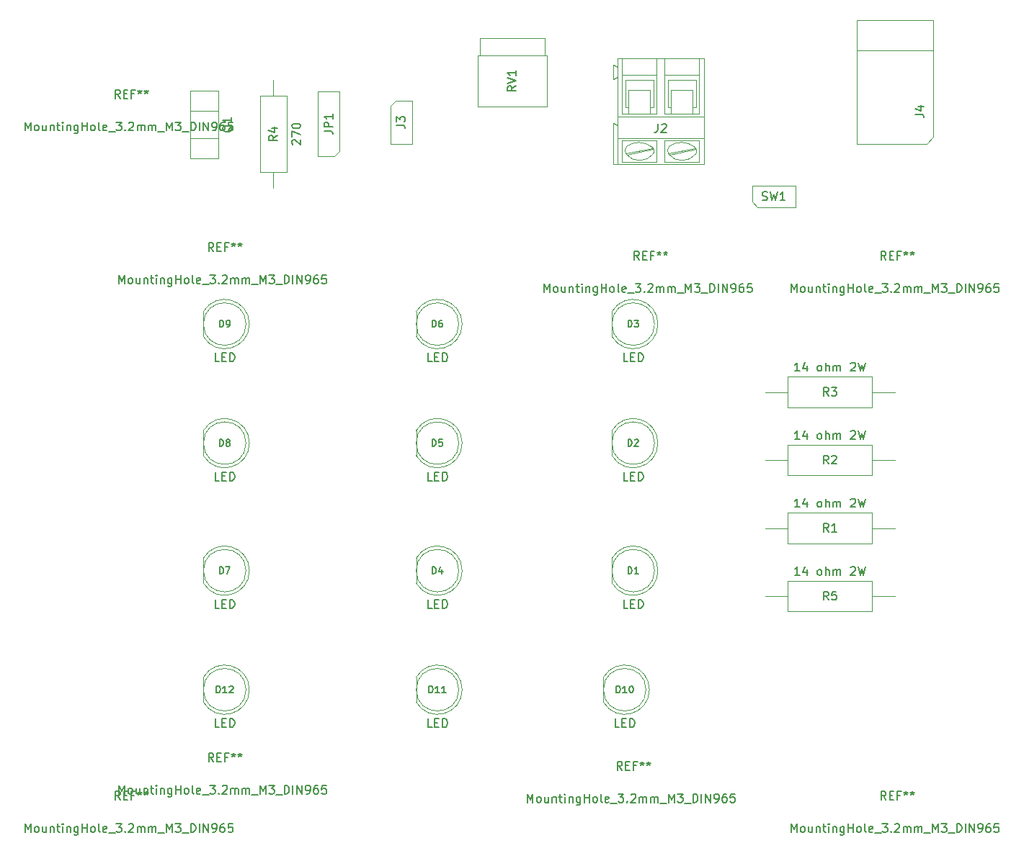
<source format=gbr>
%TF.GenerationSoftware,KiCad,Pcbnew,5.1.6-c6e7f7d~87~ubuntu20.04.1*%
%TF.CreationDate,2020-09-17T17:53:29+01:00*%
%TF.ProjectId,pcb-illuminator,7063622d-696c-46c7-956d-696e61746f72,rev?*%
%TF.SameCoordinates,Original*%
%TF.FileFunction,Other,Fab,Top*%
%FSLAX46Y46*%
G04 Gerber Fmt 4.6, Leading zero omitted, Abs format (unit mm)*
G04 Created by KiCad (PCBNEW 5.1.6-c6e7f7d~87~ubuntu20.04.1) date 2020-09-17 17:53:29*
%MOMM*%
%LPD*%
G01*
G04 APERTURE LIST*
%ADD10C,0.100000*%
%ADD11C,0.150000*%
%ADD12C,0.200000*%
G04 APERTURE END LIST*
D10*
%TO.C,D1*%
X156770000Y-119530306D02*
X156770000Y-122469694D01*
X161770000Y-121000000D02*
G75*
G03*
X161770000Y-121000000I-2500000J0D01*
G01*
X156769984Y-122469666D02*
G75*
G03*
X156770000Y-119530306I2500016J1469666D01*
G01*
%TO.C,D2*%
X156770000Y-104530306D02*
X156770000Y-107469694D01*
X161770000Y-106000000D02*
G75*
G03*
X161770000Y-106000000I-2500000J0D01*
G01*
X156769984Y-107469666D02*
G75*
G03*
X156770000Y-104530306I2500016J1469666D01*
G01*
%TO.C,D3*%
X156770000Y-90530306D02*
X156770000Y-93469694D01*
X161770000Y-92000000D02*
G75*
G03*
X161770000Y-92000000I-2500000J0D01*
G01*
X156769984Y-93469666D02*
G75*
G03*
X156770000Y-90530306I2500016J1469666D01*
G01*
%TO.C,D4*%
X138770000Y-121000000D02*
G75*
G03*
X138770000Y-121000000I-2500000J0D01*
G01*
X133770000Y-119530306D02*
X133770000Y-122469694D01*
X133769984Y-122469666D02*
G75*
G03*
X133770000Y-119530306I2500016J1469666D01*
G01*
%TO.C,D5*%
X138770000Y-106000000D02*
G75*
G03*
X138770000Y-106000000I-2500000J0D01*
G01*
X133770000Y-104530306D02*
X133770000Y-107469694D01*
X133769984Y-107469666D02*
G75*
G03*
X133770000Y-104530306I2500016J1469666D01*
G01*
%TO.C,D6*%
X138770000Y-92000000D02*
G75*
G03*
X138770000Y-92000000I-2500000J0D01*
G01*
X133770000Y-90530306D02*
X133770000Y-93469694D01*
X133769984Y-93469666D02*
G75*
G03*
X133770000Y-90530306I2500016J1469666D01*
G01*
%TO.C,D7*%
X113770000Y-121000000D02*
G75*
G03*
X113770000Y-121000000I-2500000J0D01*
G01*
X108770000Y-119530306D02*
X108770000Y-122469694D01*
X108769984Y-122469666D02*
G75*
G03*
X108770000Y-119530306I2500016J1469666D01*
G01*
%TO.C,D8*%
X108770000Y-104530306D02*
X108770000Y-107469694D01*
X113770000Y-106000000D02*
G75*
G03*
X113770000Y-106000000I-2500000J0D01*
G01*
X108769984Y-107469666D02*
G75*
G03*
X108770000Y-104530306I2500016J1469666D01*
G01*
%TO.C,D9*%
X108770000Y-90530306D02*
X108770000Y-93469694D01*
X113770000Y-92000000D02*
G75*
G03*
X113770000Y-92000000I-2500000J0D01*
G01*
X108769984Y-93469666D02*
G75*
G03*
X108770000Y-90530306I2500016J1469666D01*
G01*
%TO.C,J2*%
X161640000Y-67250000D02*
X158330000Y-67250000D01*
X162020000Y-67250000D02*
X161640000Y-67250000D01*
X157950000Y-67250000D02*
X158330000Y-67250000D01*
X158330000Y-67640000D02*
X161640000Y-67640000D01*
X157390000Y-67640000D02*
X158330000Y-67640000D01*
X163340000Y-67640000D02*
X161640000Y-67640000D01*
X166640000Y-67640000D02*
X163340000Y-67640000D01*
X167580000Y-67640000D02*
X166640000Y-67640000D01*
X163340000Y-67250000D02*
X166640000Y-67250000D01*
X162960000Y-67250000D02*
X163340000Y-67250000D01*
X167020000Y-67250000D02*
X166640000Y-67250000D01*
X166490000Y-71320000D02*
X163440000Y-71950000D01*
X166620000Y-71450000D02*
X163560000Y-72080000D01*
X161480000Y-71320000D02*
X158440000Y-71950000D01*
X161610000Y-71450000D02*
X158560000Y-72080000D01*
X162960000Y-72970000D02*
X167020000Y-72970000D01*
X167020000Y-70430000D02*
X167020000Y-72970000D01*
X162960000Y-70430000D02*
X167020000Y-70430000D01*
X162960000Y-70430000D02*
X162960000Y-72970000D01*
X157950000Y-70430000D02*
X162020000Y-70430000D01*
X157950000Y-72970000D02*
X157950000Y-70430000D01*
X162020000Y-72970000D02*
X157950000Y-72970000D01*
X162020000Y-70430000D02*
X162020000Y-72970000D01*
X157390000Y-70170000D02*
X157390000Y-68650000D01*
X167580000Y-70170000D02*
X167580000Y-73220000D01*
X167580000Y-70170000D02*
X157390000Y-70170000D01*
X157390000Y-67640000D02*
X157390000Y-62940000D01*
X157390000Y-68650000D02*
X157390000Y-67640000D01*
X167580000Y-67640000D02*
X167580000Y-70170000D01*
X167580000Y-60780000D02*
X167580000Y-67640000D01*
X158330000Y-66490000D02*
X158720000Y-66490000D01*
X161640000Y-66490000D02*
X161260000Y-66490000D01*
X163340000Y-66490000D02*
X163720000Y-66490000D01*
X166640000Y-66490000D02*
X166260000Y-66490000D01*
X166640000Y-63320000D02*
X166640000Y-66490000D01*
X163340000Y-63320000D02*
X166640000Y-63320000D01*
X163340000Y-63320000D02*
X163340000Y-66490000D01*
X161640000Y-63320000D02*
X161640000Y-66490000D01*
X158330000Y-63320000D02*
X161640000Y-63320000D01*
X158330000Y-63320000D02*
X158330000Y-66490000D01*
X167020000Y-62680000D02*
X167020000Y-60780000D01*
X162960000Y-62680000D02*
X162960000Y-67250000D01*
X162960000Y-62680000D02*
X167020000Y-62680000D01*
X157950000Y-62680000D02*
X157950000Y-60780000D01*
X162020000Y-62680000D02*
X162020000Y-67250000D01*
X162020000Y-62680000D02*
X157950000Y-62680000D01*
X167020000Y-60780000D02*
X162960000Y-60780000D01*
X167580000Y-60780000D02*
X167020000Y-60780000D01*
X167020000Y-67250000D02*
X167020000Y-62680000D01*
X162960000Y-60780000D02*
X162020000Y-60780000D01*
X162960000Y-60780000D02*
X162960000Y-62680000D01*
X157950000Y-60780000D02*
X157390000Y-60780000D01*
X162020000Y-60780000D02*
X157950000Y-60780000D01*
X157950000Y-67250000D02*
X157950000Y-62680000D01*
X162020000Y-60780000D02*
X162020000Y-62680000D01*
X156890000Y-63190000D02*
X156890000Y-61540000D01*
X157390000Y-62940000D02*
X157390000Y-61790000D01*
X156890000Y-63190000D02*
X157390000Y-62940000D01*
X157390000Y-61790000D02*
X157390000Y-60780000D01*
X156890000Y-61540000D02*
X157390000Y-61790000D01*
X156890000Y-68400000D02*
X157390000Y-68650000D01*
X156890000Y-73220000D02*
X156890000Y-68400000D01*
X157390000Y-73220000D02*
X156890000Y-73220000D01*
X157390000Y-73220000D02*
X167580000Y-73220000D01*
X157390000Y-73220000D02*
X157390000Y-70170000D01*
X161260000Y-64460000D02*
X161260000Y-67250000D01*
X161260000Y-67250000D02*
X158720000Y-67250000D01*
X158720000Y-64460000D02*
X158720000Y-67250000D01*
X161260000Y-64460000D02*
X158720000Y-64460000D01*
X166260000Y-64460000D02*
X166260000Y-67250000D01*
X166260000Y-67250000D02*
X163720000Y-67250000D01*
X163720000Y-64460000D02*
X163720000Y-67250000D01*
X166260000Y-64460000D02*
X163720000Y-64460000D01*
X158514468Y-71076005D02*
G75*
G03*
X158460000Y-72050000I455532J-513995D01*
G01*
X161452333Y-71168263D02*
G75*
G03*
X158470000Y-71120000I-1522333J-1901737D01*
G01*
X158461761Y-72061687D02*
G75*
G03*
X161610000Y-72000000I1548239J1351687D01*
G01*
X161562972Y-72058699D02*
G75*
G03*
X161420000Y-71130000I-432972J408699D01*
G01*
X163514380Y-71086004D02*
G75*
G03*
X163470000Y-72050000I455620J-503996D01*
G01*
X166459829Y-71158582D02*
G75*
G03*
X163470000Y-71120000I-1519829J-1911418D01*
G01*
X163460024Y-72071534D02*
G75*
G03*
X166620000Y-72000000I1549976J1361534D01*
G01*
X166562972Y-72058699D02*
G75*
G03*
X166420000Y-71130000I-432972J408699D01*
G01*
%TO.C,J3*%
X130730000Y-66365000D02*
X131365000Y-65730000D01*
X130730000Y-70810000D02*
X130730000Y-66365000D01*
X133270000Y-70810000D02*
X130730000Y-70810000D01*
X133270000Y-65730000D02*
X133270000Y-70810000D01*
X131365000Y-65730000D02*
X133270000Y-65730000D01*
%TO.C,J4*%
X194500000Y-70000000D02*
X194500000Y-56300000D01*
X185500000Y-70800000D02*
X193750000Y-70800000D01*
X185500000Y-56300000D02*
X185500000Y-70800000D01*
X194500000Y-56300000D02*
X185500000Y-56300000D01*
X194500000Y-59800000D02*
X185500000Y-59800000D01*
X194505425Y-69996787D02*
X193750000Y-70800000D01*
%TO.C,JP1*%
X124770000Y-71635000D02*
X124135000Y-72270000D01*
X124770000Y-64650000D02*
X124770000Y-71635000D01*
X122230000Y-64650000D02*
X124770000Y-64650000D01*
X122230000Y-72270000D02*
X122230000Y-64650000D01*
X124135000Y-72270000D02*
X122230000Y-72270000D01*
%TO.C,Q1*%
X110500000Y-70140000D02*
X107250000Y-70140000D01*
X110500000Y-66940000D02*
X107250000Y-66940000D01*
X110500000Y-72540000D02*
X110500000Y-64540000D01*
X107250000Y-72540000D02*
X110500000Y-72540000D01*
X107250000Y-64540000D02*
X107250000Y-72540000D01*
X110500000Y-64540000D02*
X107250000Y-64540000D01*
%TO.C,SW1*%
X173230000Y-77635000D02*
X173230000Y-75730000D01*
X173230000Y-75730000D02*
X178310000Y-75730000D01*
X178310000Y-75730000D02*
X178310000Y-78270000D01*
X178310000Y-78270000D02*
X173865000Y-78270000D01*
X173865000Y-78270000D02*
X173230000Y-77635000D01*
%TO.C,RV1*%
X141230000Y-58390000D02*
X141230000Y-60420000D01*
X148850000Y-58390000D02*
X141230000Y-58390000D01*
X148850000Y-60420000D02*
X148850000Y-58390000D01*
X141230000Y-60420000D02*
X148850000Y-60420000D01*
X140975000Y-60420000D02*
X140975000Y-66390000D01*
X149105000Y-60420000D02*
X140975000Y-60420000D01*
X149105000Y-66390000D02*
X149105000Y-60420000D01*
X140975000Y-66390000D02*
X149105000Y-66390000D01*
%TO.C,D10*%
X160770000Y-135000000D02*
G75*
G03*
X160770000Y-135000000I-2500000J0D01*
G01*
X155770000Y-133530306D02*
X155770000Y-136469694D01*
X155769984Y-136469666D02*
G75*
G03*
X155770000Y-133530306I2500016J1469666D01*
G01*
%TO.C,D11*%
X133770000Y-133530306D02*
X133770000Y-136469694D01*
X138770000Y-135000000D02*
G75*
G03*
X138770000Y-135000000I-2500000J0D01*
G01*
X133769984Y-136469666D02*
G75*
G03*
X133770000Y-133530306I2500016J1469666D01*
G01*
%TO.C,D12*%
X113770000Y-135000000D02*
G75*
G03*
X113770000Y-135000000I-2500000J0D01*
G01*
X108770000Y-133530306D02*
X108770000Y-136469694D01*
X108769984Y-136469666D02*
G75*
G03*
X108770000Y-133530306I2500016J1469666D01*
G01*
%TO.C,R1*%
X187330000Y-117800000D02*
X187330000Y-114200000D01*
X187330000Y-114200000D02*
X177430000Y-114200000D01*
X177430000Y-114200000D02*
X177430000Y-117800000D01*
X177430000Y-117800000D02*
X187330000Y-117800000D01*
X190000000Y-116000000D02*
X187330000Y-116000000D01*
X174760000Y-116000000D02*
X177430000Y-116000000D01*
%TO.C,R2*%
X174760000Y-108000000D02*
X177430000Y-108000000D01*
X190000000Y-108000000D02*
X187330000Y-108000000D01*
X177430000Y-109800000D02*
X187330000Y-109800000D01*
X177430000Y-106200000D02*
X177430000Y-109800000D01*
X187330000Y-106200000D02*
X177430000Y-106200000D01*
X187330000Y-109800000D02*
X187330000Y-106200000D01*
%TO.C,R3*%
X174760000Y-100000000D02*
X177430000Y-100000000D01*
X190000000Y-100000000D02*
X187330000Y-100000000D01*
X177430000Y-101800000D02*
X187330000Y-101800000D01*
X177430000Y-98200000D02*
X177430000Y-101800000D01*
X187330000Y-98200000D02*
X177430000Y-98200000D01*
X187330000Y-101800000D02*
X187330000Y-98200000D01*
%TO.C,R4*%
X117000000Y-63300000D02*
X117000000Y-65150000D01*
X117000000Y-76000000D02*
X117000000Y-74150000D01*
X115400000Y-65150000D02*
X115400000Y-74150000D01*
X118600000Y-65150000D02*
X115400000Y-65150000D01*
X118600000Y-74150000D02*
X118600000Y-65150000D01*
X115400000Y-74150000D02*
X118600000Y-74150000D01*
%TO.C,R5*%
X187330000Y-125800000D02*
X187330000Y-122200000D01*
X187330000Y-122200000D02*
X177430000Y-122200000D01*
X177430000Y-122200000D02*
X177430000Y-125800000D01*
X177430000Y-125800000D02*
X187330000Y-125800000D01*
X190000000Y-124000000D02*
X187330000Y-124000000D01*
X174760000Y-124000000D02*
X177430000Y-124000000D01*
%TD*%
%TO.C,REF\u002A\u002A*%
D11*
X146809523Y-148252380D02*
X146809523Y-147252380D01*
X147142857Y-147966666D01*
X147476190Y-147252380D01*
X147476190Y-148252380D01*
X148095238Y-148252380D02*
X148000000Y-148204761D01*
X147952380Y-148157142D01*
X147904761Y-148061904D01*
X147904761Y-147776190D01*
X147952380Y-147680952D01*
X148000000Y-147633333D01*
X148095238Y-147585714D01*
X148238095Y-147585714D01*
X148333333Y-147633333D01*
X148380952Y-147680952D01*
X148428571Y-147776190D01*
X148428571Y-148061904D01*
X148380952Y-148157142D01*
X148333333Y-148204761D01*
X148238095Y-148252380D01*
X148095238Y-148252380D01*
X149285714Y-147585714D02*
X149285714Y-148252380D01*
X148857142Y-147585714D02*
X148857142Y-148109523D01*
X148904761Y-148204761D01*
X149000000Y-148252380D01*
X149142857Y-148252380D01*
X149238095Y-148204761D01*
X149285714Y-148157142D01*
X149761904Y-147585714D02*
X149761904Y-148252380D01*
X149761904Y-147680952D02*
X149809523Y-147633333D01*
X149904761Y-147585714D01*
X150047619Y-147585714D01*
X150142857Y-147633333D01*
X150190476Y-147728571D01*
X150190476Y-148252380D01*
X150523809Y-147585714D02*
X150904761Y-147585714D01*
X150666666Y-147252380D02*
X150666666Y-148109523D01*
X150714285Y-148204761D01*
X150809523Y-148252380D01*
X150904761Y-148252380D01*
X151238095Y-148252380D02*
X151238095Y-147585714D01*
X151238095Y-147252380D02*
X151190476Y-147300000D01*
X151238095Y-147347619D01*
X151285714Y-147300000D01*
X151238095Y-147252380D01*
X151238095Y-147347619D01*
X151714285Y-147585714D02*
X151714285Y-148252380D01*
X151714285Y-147680952D02*
X151761904Y-147633333D01*
X151857142Y-147585714D01*
X152000000Y-147585714D01*
X152095238Y-147633333D01*
X152142857Y-147728571D01*
X152142857Y-148252380D01*
X153047619Y-147585714D02*
X153047619Y-148395238D01*
X153000000Y-148490476D01*
X152952380Y-148538095D01*
X152857142Y-148585714D01*
X152714285Y-148585714D01*
X152619047Y-148538095D01*
X153047619Y-148204761D02*
X152952380Y-148252380D01*
X152761904Y-148252380D01*
X152666666Y-148204761D01*
X152619047Y-148157142D01*
X152571428Y-148061904D01*
X152571428Y-147776190D01*
X152619047Y-147680952D01*
X152666666Y-147633333D01*
X152761904Y-147585714D01*
X152952380Y-147585714D01*
X153047619Y-147633333D01*
X153523809Y-148252380D02*
X153523809Y-147252380D01*
X153523809Y-147728571D02*
X154095238Y-147728571D01*
X154095238Y-148252380D02*
X154095238Y-147252380D01*
X154714285Y-148252380D02*
X154619047Y-148204761D01*
X154571428Y-148157142D01*
X154523809Y-148061904D01*
X154523809Y-147776190D01*
X154571428Y-147680952D01*
X154619047Y-147633333D01*
X154714285Y-147585714D01*
X154857142Y-147585714D01*
X154952380Y-147633333D01*
X155000000Y-147680952D01*
X155047619Y-147776190D01*
X155047619Y-148061904D01*
X155000000Y-148157142D01*
X154952380Y-148204761D01*
X154857142Y-148252380D01*
X154714285Y-148252380D01*
X155619047Y-148252380D02*
X155523809Y-148204761D01*
X155476190Y-148109523D01*
X155476190Y-147252380D01*
X156380952Y-148204761D02*
X156285714Y-148252380D01*
X156095238Y-148252380D01*
X156000000Y-148204761D01*
X155952380Y-148109523D01*
X155952380Y-147728571D01*
X156000000Y-147633333D01*
X156095238Y-147585714D01*
X156285714Y-147585714D01*
X156380952Y-147633333D01*
X156428571Y-147728571D01*
X156428571Y-147823809D01*
X155952380Y-147919047D01*
X156619047Y-148347619D02*
X157380952Y-148347619D01*
X157523809Y-147252380D02*
X158142857Y-147252380D01*
X157809523Y-147633333D01*
X157952380Y-147633333D01*
X158047619Y-147680952D01*
X158095238Y-147728571D01*
X158142857Y-147823809D01*
X158142857Y-148061904D01*
X158095238Y-148157142D01*
X158047619Y-148204761D01*
X157952380Y-148252380D01*
X157666666Y-148252380D01*
X157571428Y-148204761D01*
X157523809Y-148157142D01*
X158571428Y-148157142D02*
X158619047Y-148204761D01*
X158571428Y-148252380D01*
X158523809Y-148204761D01*
X158571428Y-148157142D01*
X158571428Y-148252380D01*
X159000000Y-147347619D02*
X159047619Y-147300000D01*
X159142857Y-147252380D01*
X159380952Y-147252380D01*
X159476190Y-147300000D01*
X159523809Y-147347619D01*
X159571428Y-147442857D01*
X159571428Y-147538095D01*
X159523809Y-147680952D01*
X158952380Y-148252380D01*
X159571428Y-148252380D01*
X160000000Y-148252380D02*
X160000000Y-147585714D01*
X160000000Y-147680952D02*
X160047619Y-147633333D01*
X160142857Y-147585714D01*
X160285714Y-147585714D01*
X160380952Y-147633333D01*
X160428571Y-147728571D01*
X160428571Y-148252380D01*
X160428571Y-147728571D02*
X160476190Y-147633333D01*
X160571428Y-147585714D01*
X160714285Y-147585714D01*
X160809523Y-147633333D01*
X160857142Y-147728571D01*
X160857142Y-148252380D01*
X161333333Y-148252380D02*
X161333333Y-147585714D01*
X161333333Y-147680952D02*
X161380952Y-147633333D01*
X161476190Y-147585714D01*
X161619047Y-147585714D01*
X161714285Y-147633333D01*
X161761904Y-147728571D01*
X161761904Y-148252380D01*
X161761904Y-147728571D02*
X161809523Y-147633333D01*
X161904761Y-147585714D01*
X162047619Y-147585714D01*
X162142857Y-147633333D01*
X162190476Y-147728571D01*
X162190476Y-148252380D01*
X162428571Y-148347619D02*
X163190476Y-148347619D01*
X163428571Y-148252380D02*
X163428571Y-147252380D01*
X163761904Y-147966666D01*
X164095238Y-147252380D01*
X164095238Y-148252380D01*
X164476190Y-147252380D02*
X165095238Y-147252380D01*
X164761904Y-147633333D01*
X164904761Y-147633333D01*
X165000000Y-147680952D01*
X165047619Y-147728571D01*
X165095238Y-147823809D01*
X165095238Y-148061904D01*
X165047619Y-148157142D01*
X165000000Y-148204761D01*
X164904761Y-148252380D01*
X164619047Y-148252380D01*
X164523809Y-148204761D01*
X164476190Y-148157142D01*
X165285714Y-148347619D02*
X166047619Y-148347619D01*
X166285714Y-148252380D02*
X166285714Y-147252380D01*
X166523809Y-147252380D01*
X166666666Y-147300000D01*
X166761904Y-147395238D01*
X166809523Y-147490476D01*
X166857142Y-147680952D01*
X166857142Y-147823809D01*
X166809523Y-148014285D01*
X166761904Y-148109523D01*
X166666666Y-148204761D01*
X166523809Y-148252380D01*
X166285714Y-148252380D01*
X167285714Y-148252380D02*
X167285714Y-147252380D01*
X167761904Y-148252380D02*
X167761904Y-147252380D01*
X168333333Y-148252380D01*
X168333333Y-147252380D01*
X168857142Y-148252380D02*
X169047619Y-148252380D01*
X169142857Y-148204761D01*
X169190476Y-148157142D01*
X169285714Y-148014285D01*
X169333333Y-147823809D01*
X169333333Y-147442857D01*
X169285714Y-147347619D01*
X169238095Y-147300000D01*
X169142857Y-147252380D01*
X168952380Y-147252380D01*
X168857142Y-147300000D01*
X168809523Y-147347619D01*
X168761904Y-147442857D01*
X168761904Y-147680952D01*
X168809523Y-147776190D01*
X168857142Y-147823809D01*
X168952380Y-147871428D01*
X169142857Y-147871428D01*
X169238095Y-147823809D01*
X169285714Y-147776190D01*
X169333333Y-147680952D01*
X170190476Y-147252380D02*
X170000000Y-147252380D01*
X169904761Y-147300000D01*
X169857142Y-147347619D01*
X169761904Y-147490476D01*
X169714285Y-147680952D01*
X169714285Y-148061904D01*
X169761904Y-148157142D01*
X169809523Y-148204761D01*
X169904761Y-148252380D01*
X170095238Y-148252380D01*
X170190476Y-148204761D01*
X170238095Y-148157142D01*
X170285714Y-148061904D01*
X170285714Y-147823809D01*
X170238095Y-147728571D01*
X170190476Y-147680952D01*
X170095238Y-147633333D01*
X169904761Y-147633333D01*
X169809523Y-147680952D01*
X169761904Y-147728571D01*
X169714285Y-147823809D01*
X171190476Y-147252380D02*
X170714285Y-147252380D01*
X170666666Y-147728571D01*
X170714285Y-147680952D01*
X170809523Y-147633333D01*
X171047619Y-147633333D01*
X171142857Y-147680952D01*
X171190476Y-147728571D01*
X171238095Y-147823809D01*
X171238095Y-148061904D01*
X171190476Y-148157142D01*
X171142857Y-148204761D01*
X171047619Y-148252380D01*
X170809523Y-148252380D01*
X170714285Y-148204761D01*
X170666666Y-148157142D01*
X157966666Y-144452380D02*
X157633333Y-143976190D01*
X157395238Y-144452380D02*
X157395238Y-143452380D01*
X157776190Y-143452380D01*
X157871428Y-143500000D01*
X157919047Y-143547619D01*
X157966666Y-143642857D01*
X157966666Y-143785714D01*
X157919047Y-143880952D01*
X157871428Y-143928571D01*
X157776190Y-143976190D01*
X157395238Y-143976190D01*
X158395238Y-143928571D02*
X158728571Y-143928571D01*
X158871428Y-144452380D02*
X158395238Y-144452380D01*
X158395238Y-143452380D01*
X158871428Y-143452380D01*
X159633333Y-143928571D02*
X159300000Y-143928571D01*
X159300000Y-144452380D02*
X159300000Y-143452380D01*
X159776190Y-143452380D01*
X160300000Y-143452380D02*
X160300000Y-143690476D01*
X160061904Y-143595238D02*
X160300000Y-143690476D01*
X160538095Y-143595238D01*
X160157142Y-143880952D02*
X160300000Y-143690476D01*
X160442857Y-143880952D01*
X161061904Y-143452380D02*
X161061904Y-143690476D01*
X160823809Y-143595238D02*
X161061904Y-143690476D01*
X161300000Y-143595238D01*
X160919047Y-143880952D02*
X161061904Y-143690476D01*
X161204761Y-143880952D01*
X98809523Y-147252380D02*
X98809523Y-146252380D01*
X99142857Y-146966666D01*
X99476190Y-146252380D01*
X99476190Y-147252380D01*
X100095238Y-147252380D02*
X100000000Y-147204761D01*
X99952380Y-147157142D01*
X99904761Y-147061904D01*
X99904761Y-146776190D01*
X99952380Y-146680952D01*
X100000000Y-146633333D01*
X100095238Y-146585714D01*
X100238095Y-146585714D01*
X100333333Y-146633333D01*
X100380952Y-146680952D01*
X100428571Y-146776190D01*
X100428571Y-147061904D01*
X100380952Y-147157142D01*
X100333333Y-147204761D01*
X100238095Y-147252380D01*
X100095238Y-147252380D01*
X101285714Y-146585714D02*
X101285714Y-147252380D01*
X100857142Y-146585714D02*
X100857142Y-147109523D01*
X100904761Y-147204761D01*
X101000000Y-147252380D01*
X101142857Y-147252380D01*
X101238095Y-147204761D01*
X101285714Y-147157142D01*
X101761904Y-146585714D02*
X101761904Y-147252380D01*
X101761904Y-146680952D02*
X101809523Y-146633333D01*
X101904761Y-146585714D01*
X102047619Y-146585714D01*
X102142857Y-146633333D01*
X102190476Y-146728571D01*
X102190476Y-147252380D01*
X102523809Y-146585714D02*
X102904761Y-146585714D01*
X102666666Y-146252380D02*
X102666666Y-147109523D01*
X102714285Y-147204761D01*
X102809523Y-147252380D01*
X102904761Y-147252380D01*
X103238095Y-147252380D02*
X103238095Y-146585714D01*
X103238095Y-146252380D02*
X103190476Y-146300000D01*
X103238095Y-146347619D01*
X103285714Y-146300000D01*
X103238095Y-146252380D01*
X103238095Y-146347619D01*
X103714285Y-146585714D02*
X103714285Y-147252380D01*
X103714285Y-146680952D02*
X103761904Y-146633333D01*
X103857142Y-146585714D01*
X104000000Y-146585714D01*
X104095238Y-146633333D01*
X104142857Y-146728571D01*
X104142857Y-147252380D01*
X105047619Y-146585714D02*
X105047619Y-147395238D01*
X105000000Y-147490476D01*
X104952380Y-147538095D01*
X104857142Y-147585714D01*
X104714285Y-147585714D01*
X104619047Y-147538095D01*
X105047619Y-147204761D02*
X104952380Y-147252380D01*
X104761904Y-147252380D01*
X104666666Y-147204761D01*
X104619047Y-147157142D01*
X104571428Y-147061904D01*
X104571428Y-146776190D01*
X104619047Y-146680952D01*
X104666666Y-146633333D01*
X104761904Y-146585714D01*
X104952380Y-146585714D01*
X105047619Y-146633333D01*
X105523809Y-147252380D02*
X105523809Y-146252380D01*
X105523809Y-146728571D02*
X106095238Y-146728571D01*
X106095238Y-147252380D02*
X106095238Y-146252380D01*
X106714285Y-147252380D02*
X106619047Y-147204761D01*
X106571428Y-147157142D01*
X106523809Y-147061904D01*
X106523809Y-146776190D01*
X106571428Y-146680952D01*
X106619047Y-146633333D01*
X106714285Y-146585714D01*
X106857142Y-146585714D01*
X106952380Y-146633333D01*
X107000000Y-146680952D01*
X107047619Y-146776190D01*
X107047619Y-147061904D01*
X107000000Y-147157142D01*
X106952380Y-147204761D01*
X106857142Y-147252380D01*
X106714285Y-147252380D01*
X107619047Y-147252380D02*
X107523809Y-147204761D01*
X107476190Y-147109523D01*
X107476190Y-146252380D01*
X108380952Y-147204761D02*
X108285714Y-147252380D01*
X108095238Y-147252380D01*
X108000000Y-147204761D01*
X107952380Y-147109523D01*
X107952380Y-146728571D01*
X108000000Y-146633333D01*
X108095238Y-146585714D01*
X108285714Y-146585714D01*
X108380952Y-146633333D01*
X108428571Y-146728571D01*
X108428571Y-146823809D01*
X107952380Y-146919047D01*
X108619047Y-147347619D02*
X109380952Y-147347619D01*
X109523809Y-146252380D02*
X110142857Y-146252380D01*
X109809523Y-146633333D01*
X109952380Y-146633333D01*
X110047619Y-146680952D01*
X110095238Y-146728571D01*
X110142857Y-146823809D01*
X110142857Y-147061904D01*
X110095238Y-147157142D01*
X110047619Y-147204761D01*
X109952380Y-147252380D01*
X109666666Y-147252380D01*
X109571428Y-147204761D01*
X109523809Y-147157142D01*
X110571428Y-147157142D02*
X110619047Y-147204761D01*
X110571428Y-147252380D01*
X110523809Y-147204761D01*
X110571428Y-147157142D01*
X110571428Y-147252380D01*
X110999999Y-146347619D02*
X111047619Y-146300000D01*
X111142857Y-146252380D01*
X111380952Y-146252380D01*
X111476190Y-146300000D01*
X111523809Y-146347619D01*
X111571428Y-146442857D01*
X111571428Y-146538095D01*
X111523809Y-146680952D01*
X110952380Y-147252380D01*
X111571428Y-147252380D01*
X111999999Y-147252380D02*
X111999999Y-146585714D01*
X111999999Y-146680952D02*
X112047619Y-146633333D01*
X112142857Y-146585714D01*
X112285714Y-146585714D01*
X112380952Y-146633333D01*
X112428571Y-146728571D01*
X112428571Y-147252380D01*
X112428571Y-146728571D02*
X112476190Y-146633333D01*
X112571428Y-146585714D01*
X112714285Y-146585714D01*
X112809523Y-146633333D01*
X112857142Y-146728571D01*
X112857142Y-147252380D01*
X113333333Y-147252380D02*
X113333333Y-146585714D01*
X113333333Y-146680952D02*
X113380952Y-146633333D01*
X113476190Y-146585714D01*
X113619047Y-146585714D01*
X113714285Y-146633333D01*
X113761904Y-146728571D01*
X113761904Y-147252380D01*
X113761904Y-146728571D02*
X113809523Y-146633333D01*
X113904761Y-146585714D01*
X114047619Y-146585714D01*
X114142857Y-146633333D01*
X114190476Y-146728571D01*
X114190476Y-147252380D01*
X114428571Y-147347619D02*
X115190476Y-147347619D01*
X115428571Y-147252380D02*
X115428571Y-146252380D01*
X115761904Y-146966666D01*
X116095238Y-146252380D01*
X116095238Y-147252380D01*
X116476190Y-146252380D02*
X117095238Y-146252380D01*
X116761904Y-146633333D01*
X116904761Y-146633333D01*
X117000000Y-146680952D01*
X117047619Y-146728571D01*
X117095238Y-146823809D01*
X117095238Y-147061904D01*
X117047619Y-147157142D01*
X117000000Y-147204761D01*
X116904761Y-147252380D01*
X116619047Y-147252380D01*
X116523809Y-147204761D01*
X116476190Y-147157142D01*
X117285714Y-147347619D02*
X118047619Y-147347619D01*
X118285714Y-147252380D02*
X118285714Y-146252380D01*
X118523809Y-146252380D01*
X118666666Y-146300000D01*
X118761904Y-146395238D01*
X118809523Y-146490476D01*
X118857142Y-146680952D01*
X118857142Y-146823809D01*
X118809523Y-147014285D01*
X118761904Y-147109523D01*
X118666666Y-147204761D01*
X118523809Y-147252380D01*
X118285714Y-147252380D01*
X119285714Y-147252380D02*
X119285714Y-146252380D01*
X119761904Y-147252380D02*
X119761904Y-146252380D01*
X120333333Y-147252380D01*
X120333333Y-146252380D01*
X120857142Y-147252380D02*
X121047619Y-147252380D01*
X121142857Y-147204761D01*
X121190476Y-147157142D01*
X121285714Y-147014285D01*
X121333333Y-146823809D01*
X121333333Y-146442857D01*
X121285714Y-146347619D01*
X121238095Y-146300000D01*
X121142857Y-146252380D01*
X120952380Y-146252380D01*
X120857142Y-146300000D01*
X120809523Y-146347619D01*
X120761904Y-146442857D01*
X120761904Y-146680952D01*
X120809523Y-146776190D01*
X120857142Y-146823809D01*
X120952380Y-146871428D01*
X121142857Y-146871428D01*
X121238095Y-146823809D01*
X121285714Y-146776190D01*
X121333333Y-146680952D01*
X122190476Y-146252380D02*
X122000000Y-146252380D01*
X121904761Y-146300000D01*
X121857142Y-146347619D01*
X121761904Y-146490476D01*
X121714285Y-146680952D01*
X121714285Y-147061904D01*
X121761904Y-147157142D01*
X121809523Y-147204761D01*
X121904761Y-147252380D01*
X122095238Y-147252380D01*
X122190476Y-147204761D01*
X122238095Y-147157142D01*
X122285714Y-147061904D01*
X122285714Y-146823809D01*
X122238095Y-146728571D01*
X122190476Y-146680952D01*
X122095238Y-146633333D01*
X121904761Y-146633333D01*
X121809523Y-146680952D01*
X121761904Y-146728571D01*
X121714285Y-146823809D01*
X123190476Y-146252380D02*
X122714285Y-146252380D01*
X122666666Y-146728571D01*
X122714285Y-146680952D01*
X122809523Y-146633333D01*
X123047619Y-146633333D01*
X123142857Y-146680952D01*
X123190476Y-146728571D01*
X123238095Y-146823809D01*
X123238095Y-147061904D01*
X123190476Y-147157142D01*
X123142857Y-147204761D01*
X123047619Y-147252380D01*
X122809523Y-147252380D01*
X122714285Y-147204761D01*
X122666666Y-147157142D01*
X109966666Y-143452380D02*
X109633333Y-142976190D01*
X109395238Y-143452380D02*
X109395238Y-142452380D01*
X109776190Y-142452380D01*
X109871428Y-142500000D01*
X109919047Y-142547619D01*
X109966666Y-142642857D01*
X109966666Y-142785714D01*
X109919047Y-142880952D01*
X109871428Y-142928571D01*
X109776190Y-142976190D01*
X109395238Y-142976190D01*
X110395238Y-142928571D02*
X110728571Y-142928571D01*
X110871428Y-143452380D02*
X110395238Y-143452380D01*
X110395238Y-142452380D01*
X110871428Y-142452380D01*
X111633333Y-142928571D02*
X111300000Y-142928571D01*
X111300000Y-143452380D02*
X111300000Y-142452380D01*
X111776190Y-142452380D01*
X112300000Y-142452380D02*
X112300000Y-142690476D01*
X112061904Y-142595238D02*
X112300000Y-142690476D01*
X112538095Y-142595238D01*
X112157142Y-142880952D02*
X112300000Y-142690476D01*
X112442857Y-142880952D01*
X113061904Y-142452380D02*
X113061904Y-142690476D01*
X112823809Y-142595238D02*
X113061904Y-142690476D01*
X113300000Y-142595238D01*
X112919047Y-142880952D02*
X113061904Y-142690476D01*
X113204761Y-142880952D01*
X98809523Y-87252380D02*
X98809523Y-86252380D01*
X99142857Y-86966666D01*
X99476190Y-86252380D01*
X99476190Y-87252380D01*
X100095238Y-87252380D02*
X100000000Y-87204761D01*
X99952380Y-87157142D01*
X99904761Y-87061904D01*
X99904761Y-86776190D01*
X99952380Y-86680952D01*
X100000000Y-86633333D01*
X100095238Y-86585714D01*
X100238095Y-86585714D01*
X100333333Y-86633333D01*
X100380952Y-86680952D01*
X100428571Y-86776190D01*
X100428571Y-87061904D01*
X100380952Y-87157142D01*
X100333333Y-87204761D01*
X100238095Y-87252380D01*
X100095238Y-87252380D01*
X101285714Y-86585714D02*
X101285714Y-87252380D01*
X100857142Y-86585714D02*
X100857142Y-87109523D01*
X100904761Y-87204761D01*
X101000000Y-87252380D01*
X101142857Y-87252380D01*
X101238095Y-87204761D01*
X101285714Y-87157142D01*
X101761904Y-86585714D02*
X101761904Y-87252380D01*
X101761904Y-86680952D02*
X101809523Y-86633333D01*
X101904761Y-86585714D01*
X102047619Y-86585714D01*
X102142857Y-86633333D01*
X102190476Y-86728571D01*
X102190476Y-87252380D01*
X102523809Y-86585714D02*
X102904761Y-86585714D01*
X102666666Y-86252380D02*
X102666666Y-87109523D01*
X102714285Y-87204761D01*
X102809523Y-87252380D01*
X102904761Y-87252380D01*
X103238095Y-87252380D02*
X103238095Y-86585714D01*
X103238095Y-86252380D02*
X103190476Y-86300000D01*
X103238095Y-86347619D01*
X103285714Y-86300000D01*
X103238095Y-86252380D01*
X103238095Y-86347619D01*
X103714285Y-86585714D02*
X103714285Y-87252380D01*
X103714285Y-86680952D02*
X103761904Y-86633333D01*
X103857142Y-86585714D01*
X104000000Y-86585714D01*
X104095238Y-86633333D01*
X104142857Y-86728571D01*
X104142857Y-87252380D01*
X105047619Y-86585714D02*
X105047619Y-87395238D01*
X105000000Y-87490476D01*
X104952380Y-87538095D01*
X104857142Y-87585714D01*
X104714285Y-87585714D01*
X104619047Y-87538095D01*
X105047619Y-87204761D02*
X104952380Y-87252380D01*
X104761904Y-87252380D01*
X104666666Y-87204761D01*
X104619047Y-87157142D01*
X104571428Y-87061904D01*
X104571428Y-86776190D01*
X104619047Y-86680952D01*
X104666666Y-86633333D01*
X104761904Y-86585714D01*
X104952380Y-86585714D01*
X105047619Y-86633333D01*
X105523809Y-87252380D02*
X105523809Y-86252380D01*
X105523809Y-86728571D02*
X106095238Y-86728571D01*
X106095238Y-87252380D02*
X106095238Y-86252380D01*
X106714285Y-87252380D02*
X106619047Y-87204761D01*
X106571428Y-87157142D01*
X106523809Y-87061904D01*
X106523809Y-86776190D01*
X106571428Y-86680952D01*
X106619047Y-86633333D01*
X106714285Y-86585714D01*
X106857142Y-86585714D01*
X106952380Y-86633333D01*
X107000000Y-86680952D01*
X107047619Y-86776190D01*
X107047619Y-87061904D01*
X107000000Y-87157142D01*
X106952380Y-87204761D01*
X106857142Y-87252380D01*
X106714285Y-87252380D01*
X107619047Y-87252380D02*
X107523809Y-87204761D01*
X107476190Y-87109523D01*
X107476190Y-86252380D01*
X108380952Y-87204761D02*
X108285714Y-87252380D01*
X108095238Y-87252380D01*
X108000000Y-87204761D01*
X107952380Y-87109523D01*
X107952380Y-86728571D01*
X108000000Y-86633333D01*
X108095238Y-86585714D01*
X108285714Y-86585714D01*
X108380952Y-86633333D01*
X108428571Y-86728571D01*
X108428571Y-86823809D01*
X107952380Y-86919047D01*
X108619047Y-87347619D02*
X109380952Y-87347619D01*
X109523809Y-86252380D02*
X110142857Y-86252380D01*
X109809523Y-86633333D01*
X109952380Y-86633333D01*
X110047619Y-86680952D01*
X110095238Y-86728571D01*
X110142857Y-86823809D01*
X110142857Y-87061904D01*
X110095238Y-87157142D01*
X110047619Y-87204761D01*
X109952380Y-87252380D01*
X109666666Y-87252380D01*
X109571428Y-87204761D01*
X109523809Y-87157142D01*
X110571428Y-87157142D02*
X110619047Y-87204761D01*
X110571428Y-87252380D01*
X110523809Y-87204761D01*
X110571428Y-87157142D01*
X110571428Y-87252380D01*
X110999999Y-86347619D02*
X111047619Y-86300000D01*
X111142857Y-86252380D01*
X111380952Y-86252380D01*
X111476190Y-86300000D01*
X111523809Y-86347619D01*
X111571428Y-86442857D01*
X111571428Y-86538095D01*
X111523809Y-86680952D01*
X110952380Y-87252380D01*
X111571428Y-87252380D01*
X111999999Y-87252380D02*
X111999999Y-86585714D01*
X111999999Y-86680952D02*
X112047619Y-86633333D01*
X112142857Y-86585714D01*
X112285714Y-86585714D01*
X112380952Y-86633333D01*
X112428571Y-86728571D01*
X112428571Y-87252380D01*
X112428571Y-86728571D02*
X112476190Y-86633333D01*
X112571428Y-86585714D01*
X112714285Y-86585714D01*
X112809523Y-86633333D01*
X112857142Y-86728571D01*
X112857142Y-87252380D01*
X113333333Y-87252380D02*
X113333333Y-86585714D01*
X113333333Y-86680952D02*
X113380952Y-86633333D01*
X113476190Y-86585714D01*
X113619047Y-86585714D01*
X113714285Y-86633333D01*
X113761904Y-86728571D01*
X113761904Y-87252380D01*
X113761904Y-86728571D02*
X113809523Y-86633333D01*
X113904761Y-86585714D01*
X114047619Y-86585714D01*
X114142857Y-86633333D01*
X114190476Y-86728571D01*
X114190476Y-87252380D01*
X114428571Y-87347619D02*
X115190476Y-87347619D01*
X115428571Y-87252380D02*
X115428571Y-86252380D01*
X115761904Y-86966666D01*
X116095238Y-86252380D01*
X116095238Y-87252380D01*
X116476190Y-86252380D02*
X117095238Y-86252380D01*
X116761904Y-86633333D01*
X116904761Y-86633333D01*
X117000000Y-86680952D01*
X117047619Y-86728571D01*
X117095238Y-86823809D01*
X117095238Y-87061904D01*
X117047619Y-87157142D01*
X117000000Y-87204761D01*
X116904761Y-87252380D01*
X116619047Y-87252380D01*
X116523809Y-87204761D01*
X116476190Y-87157142D01*
X117285714Y-87347619D02*
X118047619Y-87347619D01*
X118285714Y-87252380D02*
X118285714Y-86252380D01*
X118523809Y-86252380D01*
X118666666Y-86300000D01*
X118761904Y-86395238D01*
X118809523Y-86490476D01*
X118857142Y-86680952D01*
X118857142Y-86823809D01*
X118809523Y-87014285D01*
X118761904Y-87109523D01*
X118666666Y-87204761D01*
X118523809Y-87252380D01*
X118285714Y-87252380D01*
X119285714Y-87252380D02*
X119285714Y-86252380D01*
X119761904Y-87252380D02*
X119761904Y-86252380D01*
X120333333Y-87252380D01*
X120333333Y-86252380D01*
X120857142Y-87252380D02*
X121047619Y-87252380D01*
X121142857Y-87204761D01*
X121190476Y-87157142D01*
X121285714Y-87014285D01*
X121333333Y-86823809D01*
X121333333Y-86442857D01*
X121285714Y-86347619D01*
X121238095Y-86300000D01*
X121142857Y-86252380D01*
X120952380Y-86252380D01*
X120857142Y-86300000D01*
X120809523Y-86347619D01*
X120761904Y-86442857D01*
X120761904Y-86680952D01*
X120809523Y-86776190D01*
X120857142Y-86823809D01*
X120952380Y-86871428D01*
X121142857Y-86871428D01*
X121238095Y-86823809D01*
X121285714Y-86776190D01*
X121333333Y-86680952D01*
X122190476Y-86252380D02*
X122000000Y-86252380D01*
X121904761Y-86300000D01*
X121857142Y-86347619D01*
X121761904Y-86490476D01*
X121714285Y-86680952D01*
X121714285Y-87061904D01*
X121761904Y-87157142D01*
X121809523Y-87204761D01*
X121904761Y-87252380D01*
X122095238Y-87252380D01*
X122190476Y-87204761D01*
X122238095Y-87157142D01*
X122285714Y-87061904D01*
X122285714Y-86823809D01*
X122238095Y-86728571D01*
X122190476Y-86680952D01*
X122095238Y-86633333D01*
X121904761Y-86633333D01*
X121809523Y-86680952D01*
X121761904Y-86728571D01*
X121714285Y-86823809D01*
X123190476Y-86252380D02*
X122714285Y-86252380D01*
X122666666Y-86728571D01*
X122714285Y-86680952D01*
X122809523Y-86633333D01*
X123047619Y-86633333D01*
X123142857Y-86680952D01*
X123190476Y-86728571D01*
X123238095Y-86823809D01*
X123238095Y-87061904D01*
X123190476Y-87157142D01*
X123142857Y-87204761D01*
X123047619Y-87252380D01*
X122809523Y-87252380D01*
X122714285Y-87204761D01*
X122666666Y-87157142D01*
X109966666Y-83452380D02*
X109633333Y-82976190D01*
X109395238Y-83452380D02*
X109395238Y-82452380D01*
X109776190Y-82452380D01*
X109871428Y-82500000D01*
X109919047Y-82547619D01*
X109966666Y-82642857D01*
X109966666Y-82785714D01*
X109919047Y-82880952D01*
X109871428Y-82928571D01*
X109776190Y-82976190D01*
X109395238Y-82976190D01*
X110395238Y-82928571D02*
X110728571Y-82928571D01*
X110871428Y-83452380D02*
X110395238Y-83452380D01*
X110395238Y-82452380D01*
X110871428Y-82452380D01*
X111633333Y-82928571D02*
X111300000Y-82928571D01*
X111300000Y-83452380D02*
X111300000Y-82452380D01*
X111776190Y-82452380D01*
X112300000Y-82452380D02*
X112300000Y-82690476D01*
X112061904Y-82595238D02*
X112300000Y-82690476D01*
X112538095Y-82595238D01*
X112157142Y-82880952D02*
X112300000Y-82690476D01*
X112442857Y-82880952D01*
X113061904Y-82452380D02*
X113061904Y-82690476D01*
X112823809Y-82595238D02*
X113061904Y-82690476D01*
X113300000Y-82595238D01*
X112919047Y-82880952D02*
X113061904Y-82690476D01*
X113204761Y-82880952D01*
X148809523Y-88252380D02*
X148809523Y-87252380D01*
X149142857Y-87966666D01*
X149476190Y-87252380D01*
X149476190Y-88252380D01*
X150095238Y-88252380D02*
X150000000Y-88204761D01*
X149952380Y-88157142D01*
X149904761Y-88061904D01*
X149904761Y-87776190D01*
X149952380Y-87680952D01*
X150000000Y-87633333D01*
X150095238Y-87585714D01*
X150238095Y-87585714D01*
X150333333Y-87633333D01*
X150380952Y-87680952D01*
X150428571Y-87776190D01*
X150428571Y-88061904D01*
X150380952Y-88157142D01*
X150333333Y-88204761D01*
X150238095Y-88252380D01*
X150095238Y-88252380D01*
X151285714Y-87585714D02*
X151285714Y-88252380D01*
X150857142Y-87585714D02*
X150857142Y-88109523D01*
X150904761Y-88204761D01*
X151000000Y-88252380D01*
X151142857Y-88252380D01*
X151238095Y-88204761D01*
X151285714Y-88157142D01*
X151761904Y-87585714D02*
X151761904Y-88252380D01*
X151761904Y-87680952D02*
X151809523Y-87633333D01*
X151904761Y-87585714D01*
X152047619Y-87585714D01*
X152142857Y-87633333D01*
X152190476Y-87728571D01*
X152190476Y-88252380D01*
X152523809Y-87585714D02*
X152904761Y-87585714D01*
X152666666Y-87252380D02*
X152666666Y-88109523D01*
X152714285Y-88204761D01*
X152809523Y-88252380D01*
X152904761Y-88252380D01*
X153238095Y-88252380D02*
X153238095Y-87585714D01*
X153238095Y-87252380D02*
X153190476Y-87300000D01*
X153238095Y-87347619D01*
X153285714Y-87300000D01*
X153238095Y-87252380D01*
X153238095Y-87347619D01*
X153714285Y-87585714D02*
X153714285Y-88252380D01*
X153714285Y-87680952D02*
X153761904Y-87633333D01*
X153857142Y-87585714D01*
X154000000Y-87585714D01*
X154095238Y-87633333D01*
X154142857Y-87728571D01*
X154142857Y-88252380D01*
X155047619Y-87585714D02*
X155047619Y-88395238D01*
X155000000Y-88490476D01*
X154952380Y-88538095D01*
X154857142Y-88585714D01*
X154714285Y-88585714D01*
X154619047Y-88538095D01*
X155047619Y-88204761D02*
X154952380Y-88252380D01*
X154761904Y-88252380D01*
X154666666Y-88204761D01*
X154619047Y-88157142D01*
X154571428Y-88061904D01*
X154571428Y-87776190D01*
X154619047Y-87680952D01*
X154666666Y-87633333D01*
X154761904Y-87585714D01*
X154952380Y-87585714D01*
X155047619Y-87633333D01*
X155523809Y-88252380D02*
X155523809Y-87252380D01*
X155523809Y-87728571D02*
X156095238Y-87728571D01*
X156095238Y-88252380D02*
X156095238Y-87252380D01*
X156714285Y-88252380D02*
X156619047Y-88204761D01*
X156571428Y-88157142D01*
X156523809Y-88061904D01*
X156523809Y-87776190D01*
X156571428Y-87680952D01*
X156619047Y-87633333D01*
X156714285Y-87585714D01*
X156857142Y-87585714D01*
X156952380Y-87633333D01*
X157000000Y-87680952D01*
X157047619Y-87776190D01*
X157047619Y-88061904D01*
X157000000Y-88157142D01*
X156952380Y-88204761D01*
X156857142Y-88252380D01*
X156714285Y-88252380D01*
X157619047Y-88252380D02*
X157523809Y-88204761D01*
X157476190Y-88109523D01*
X157476190Y-87252380D01*
X158380952Y-88204761D02*
X158285714Y-88252380D01*
X158095238Y-88252380D01*
X158000000Y-88204761D01*
X157952380Y-88109523D01*
X157952380Y-87728571D01*
X158000000Y-87633333D01*
X158095238Y-87585714D01*
X158285714Y-87585714D01*
X158380952Y-87633333D01*
X158428571Y-87728571D01*
X158428571Y-87823809D01*
X157952380Y-87919047D01*
X158619047Y-88347619D02*
X159380952Y-88347619D01*
X159523809Y-87252380D02*
X160142857Y-87252380D01*
X159809523Y-87633333D01*
X159952380Y-87633333D01*
X160047619Y-87680952D01*
X160095238Y-87728571D01*
X160142857Y-87823809D01*
X160142857Y-88061904D01*
X160095238Y-88157142D01*
X160047619Y-88204761D01*
X159952380Y-88252380D01*
X159666666Y-88252380D01*
X159571428Y-88204761D01*
X159523809Y-88157142D01*
X160571428Y-88157142D02*
X160619047Y-88204761D01*
X160571428Y-88252380D01*
X160523809Y-88204761D01*
X160571428Y-88157142D01*
X160571428Y-88252380D01*
X161000000Y-87347619D02*
X161047619Y-87300000D01*
X161142857Y-87252380D01*
X161380952Y-87252380D01*
X161476190Y-87300000D01*
X161523809Y-87347619D01*
X161571428Y-87442857D01*
X161571428Y-87538095D01*
X161523809Y-87680952D01*
X160952380Y-88252380D01*
X161571428Y-88252380D01*
X162000000Y-88252380D02*
X162000000Y-87585714D01*
X162000000Y-87680952D02*
X162047619Y-87633333D01*
X162142857Y-87585714D01*
X162285714Y-87585714D01*
X162380952Y-87633333D01*
X162428571Y-87728571D01*
X162428571Y-88252380D01*
X162428571Y-87728571D02*
X162476190Y-87633333D01*
X162571428Y-87585714D01*
X162714285Y-87585714D01*
X162809523Y-87633333D01*
X162857142Y-87728571D01*
X162857142Y-88252380D01*
X163333333Y-88252380D02*
X163333333Y-87585714D01*
X163333333Y-87680952D02*
X163380952Y-87633333D01*
X163476190Y-87585714D01*
X163619047Y-87585714D01*
X163714285Y-87633333D01*
X163761904Y-87728571D01*
X163761904Y-88252380D01*
X163761904Y-87728571D02*
X163809523Y-87633333D01*
X163904761Y-87585714D01*
X164047619Y-87585714D01*
X164142857Y-87633333D01*
X164190476Y-87728571D01*
X164190476Y-88252380D01*
X164428571Y-88347619D02*
X165190476Y-88347619D01*
X165428571Y-88252380D02*
X165428571Y-87252380D01*
X165761904Y-87966666D01*
X166095238Y-87252380D01*
X166095238Y-88252380D01*
X166476190Y-87252380D02*
X167095238Y-87252380D01*
X166761904Y-87633333D01*
X166904761Y-87633333D01*
X167000000Y-87680952D01*
X167047619Y-87728571D01*
X167095238Y-87823809D01*
X167095238Y-88061904D01*
X167047619Y-88157142D01*
X167000000Y-88204761D01*
X166904761Y-88252380D01*
X166619047Y-88252380D01*
X166523809Y-88204761D01*
X166476190Y-88157142D01*
X167285714Y-88347619D02*
X168047619Y-88347619D01*
X168285714Y-88252380D02*
X168285714Y-87252380D01*
X168523809Y-87252380D01*
X168666666Y-87300000D01*
X168761904Y-87395238D01*
X168809523Y-87490476D01*
X168857142Y-87680952D01*
X168857142Y-87823809D01*
X168809523Y-88014285D01*
X168761904Y-88109523D01*
X168666666Y-88204761D01*
X168523809Y-88252380D01*
X168285714Y-88252380D01*
X169285714Y-88252380D02*
X169285714Y-87252380D01*
X169761904Y-88252380D02*
X169761904Y-87252380D01*
X170333333Y-88252380D01*
X170333333Y-87252380D01*
X170857142Y-88252380D02*
X171047619Y-88252380D01*
X171142857Y-88204761D01*
X171190476Y-88157142D01*
X171285714Y-88014285D01*
X171333333Y-87823809D01*
X171333333Y-87442857D01*
X171285714Y-87347619D01*
X171238095Y-87300000D01*
X171142857Y-87252380D01*
X170952380Y-87252380D01*
X170857142Y-87300000D01*
X170809523Y-87347619D01*
X170761904Y-87442857D01*
X170761904Y-87680952D01*
X170809523Y-87776190D01*
X170857142Y-87823809D01*
X170952380Y-87871428D01*
X171142857Y-87871428D01*
X171238095Y-87823809D01*
X171285714Y-87776190D01*
X171333333Y-87680952D01*
X172190476Y-87252380D02*
X172000000Y-87252380D01*
X171904761Y-87300000D01*
X171857142Y-87347619D01*
X171761904Y-87490476D01*
X171714285Y-87680952D01*
X171714285Y-88061904D01*
X171761904Y-88157142D01*
X171809523Y-88204761D01*
X171904761Y-88252380D01*
X172095238Y-88252380D01*
X172190476Y-88204761D01*
X172238095Y-88157142D01*
X172285714Y-88061904D01*
X172285714Y-87823809D01*
X172238095Y-87728571D01*
X172190476Y-87680952D01*
X172095238Y-87633333D01*
X171904761Y-87633333D01*
X171809523Y-87680952D01*
X171761904Y-87728571D01*
X171714285Y-87823809D01*
X173190476Y-87252380D02*
X172714285Y-87252380D01*
X172666666Y-87728571D01*
X172714285Y-87680952D01*
X172809523Y-87633333D01*
X173047619Y-87633333D01*
X173142857Y-87680952D01*
X173190476Y-87728571D01*
X173238095Y-87823809D01*
X173238095Y-88061904D01*
X173190476Y-88157142D01*
X173142857Y-88204761D01*
X173047619Y-88252380D01*
X172809523Y-88252380D01*
X172714285Y-88204761D01*
X172666666Y-88157142D01*
X159966666Y-84452380D02*
X159633333Y-83976190D01*
X159395238Y-84452380D02*
X159395238Y-83452380D01*
X159776190Y-83452380D01*
X159871428Y-83500000D01*
X159919047Y-83547619D01*
X159966666Y-83642857D01*
X159966666Y-83785714D01*
X159919047Y-83880952D01*
X159871428Y-83928571D01*
X159776190Y-83976190D01*
X159395238Y-83976190D01*
X160395238Y-83928571D02*
X160728571Y-83928571D01*
X160871428Y-84452380D02*
X160395238Y-84452380D01*
X160395238Y-83452380D01*
X160871428Y-83452380D01*
X161633333Y-83928571D02*
X161300000Y-83928571D01*
X161300000Y-84452380D02*
X161300000Y-83452380D01*
X161776190Y-83452380D01*
X162300000Y-83452380D02*
X162300000Y-83690476D01*
X162061904Y-83595238D02*
X162300000Y-83690476D01*
X162538095Y-83595238D01*
X162157142Y-83880952D02*
X162300000Y-83690476D01*
X162442857Y-83880952D01*
X163061904Y-83452380D02*
X163061904Y-83690476D01*
X162823809Y-83595238D02*
X163061904Y-83690476D01*
X163300000Y-83595238D01*
X162919047Y-83880952D02*
X163061904Y-83690476D01*
X163204761Y-83880952D01*
X177809523Y-151752380D02*
X177809523Y-150752380D01*
X178142857Y-151466666D01*
X178476190Y-150752380D01*
X178476190Y-151752380D01*
X179095238Y-151752380D02*
X179000000Y-151704761D01*
X178952380Y-151657142D01*
X178904761Y-151561904D01*
X178904761Y-151276190D01*
X178952380Y-151180952D01*
X179000000Y-151133333D01*
X179095238Y-151085714D01*
X179238095Y-151085714D01*
X179333333Y-151133333D01*
X179380952Y-151180952D01*
X179428571Y-151276190D01*
X179428571Y-151561904D01*
X179380952Y-151657142D01*
X179333333Y-151704761D01*
X179238095Y-151752380D01*
X179095238Y-151752380D01*
X180285714Y-151085714D02*
X180285714Y-151752380D01*
X179857142Y-151085714D02*
X179857142Y-151609523D01*
X179904761Y-151704761D01*
X180000000Y-151752380D01*
X180142857Y-151752380D01*
X180238095Y-151704761D01*
X180285714Y-151657142D01*
X180761904Y-151085714D02*
X180761904Y-151752380D01*
X180761904Y-151180952D02*
X180809523Y-151133333D01*
X180904761Y-151085714D01*
X181047619Y-151085714D01*
X181142857Y-151133333D01*
X181190476Y-151228571D01*
X181190476Y-151752380D01*
X181523809Y-151085714D02*
X181904761Y-151085714D01*
X181666666Y-150752380D02*
X181666666Y-151609523D01*
X181714285Y-151704761D01*
X181809523Y-151752380D01*
X181904761Y-151752380D01*
X182238095Y-151752380D02*
X182238095Y-151085714D01*
X182238095Y-150752380D02*
X182190476Y-150800000D01*
X182238095Y-150847619D01*
X182285714Y-150800000D01*
X182238095Y-150752380D01*
X182238095Y-150847619D01*
X182714285Y-151085714D02*
X182714285Y-151752380D01*
X182714285Y-151180952D02*
X182761904Y-151133333D01*
X182857142Y-151085714D01*
X183000000Y-151085714D01*
X183095238Y-151133333D01*
X183142857Y-151228571D01*
X183142857Y-151752380D01*
X184047619Y-151085714D02*
X184047619Y-151895238D01*
X184000000Y-151990476D01*
X183952380Y-152038095D01*
X183857142Y-152085714D01*
X183714285Y-152085714D01*
X183619047Y-152038095D01*
X184047619Y-151704761D02*
X183952380Y-151752380D01*
X183761904Y-151752380D01*
X183666666Y-151704761D01*
X183619047Y-151657142D01*
X183571428Y-151561904D01*
X183571428Y-151276190D01*
X183619047Y-151180952D01*
X183666666Y-151133333D01*
X183761904Y-151085714D01*
X183952380Y-151085714D01*
X184047619Y-151133333D01*
X184523809Y-151752380D02*
X184523809Y-150752380D01*
X184523809Y-151228571D02*
X185095238Y-151228571D01*
X185095238Y-151752380D02*
X185095238Y-150752380D01*
X185714285Y-151752380D02*
X185619047Y-151704761D01*
X185571428Y-151657142D01*
X185523809Y-151561904D01*
X185523809Y-151276190D01*
X185571428Y-151180952D01*
X185619047Y-151133333D01*
X185714285Y-151085714D01*
X185857142Y-151085714D01*
X185952380Y-151133333D01*
X186000000Y-151180952D01*
X186047619Y-151276190D01*
X186047619Y-151561904D01*
X186000000Y-151657142D01*
X185952380Y-151704761D01*
X185857142Y-151752380D01*
X185714285Y-151752380D01*
X186619047Y-151752380D02*
X186523809Y-151704761D01*
X186476190Y-151609523D01*
X186476190Y-150752380D01*
X187380952Y-151704761D02*
X187285714Y-151752380D01*
X187095238Y-151752380D01*
X187000000Y-151704761D01*
X186952380Y-151609523D01*
X186952380Y-151228571D01*
X187000000Y-151133333D01*
X187095238Y-151085714D01*
X187285714Y-151085714D01*
X187380952Y-151133333D01*
X187428571Y-151228571D01*
X187428571Y-151323809D01*
X186952380Y-151419047D01*
X187619047Y-151847619D02*
X188380952Y-151847619D01*
X188523809Y-150752380D02*
X189142857Y-150752380D01*
X188809523Y-151133333D01*
X188952380Y-151133333D01*
X189047619Y-151180952D01*
X189095238Y-151228571D01*
X189142857Y-151323809D01*
X189142857Y-151561904D01*
X189095238Y-151657142D01*
X189047619Y-151704761D01*
X188952380Y-151752380D01*
X188666666Y-151752380D01*
X188571428Y-151704761D01*
X188523809Y-151657142D01*
X189571428Y-151657142D02*
X189619047Y-151704761D01*
X189571428Y-151752380D01*
X189523809Y-151704761D01*
X189571428Y-151657142D01*
X189571428Y-151752380D01*
X190000000Y-150847619D02*
X190047619Y-150800000D01*
X190142857Y-150752380D01*
X190380952Y-150752380D01*
X190476190Y-150800000D01*
X190523809Y-150847619D01*
X190571428Y-150942857D01*
X190571428Y-151038095D01*
X190523809Y-151180952D01*
X189952380Y-151752380D01*
X190571428Y-151752380D01*
X191000000Y-151752380D02*
X191000000Y-151085714D01*
X191000000Y-151180952D02*
X191047619Y-151133333D01*
X191142857Y-151085714D01*
X191285714Y-151085714D01*
X191380952Y-151133333D01*
X191428571Y-151228571D01*
X191428571Y-151752380D01*
X191428571Y-151228571D02*
X191476190Y-151133333D01*
X191571428Y-151085714D01*
X191714285Y-151085714D01*
X191809523Y-151133333D01*
X191857142Y-151228571D01*
X191857142Y-151752380D01*
X192333333Y-151752380D02*
X192333333Y-151085714D01*
X192333333Y-151180952D02*
X192380952Y-151133333D01*
X192476190Y-151085714D01*
X192619047Y-151085714D01*
X192714285Y-151133333D01*
X192761904Y-151228571D01*
X192761904Y-151752380D01*
X192761904Y-151228571D02*
X192809523Y-151133333D01*
X192904761Y-151085714D01*
X193047619Y-151085714D01*
X193142857Y-151133333D01*
X193190476Y-151228571D01*
X193190476Y-151752380D01*
X193428571Y-151847619D02*
X194190476Y-151847619D01*
X194428571Y-151752380D02*
X194428571Y-150752380D01*
X194761904Y-151466666D01*
X195095238Y-150752380D01*
X195095238Y-151752380D01*
X195476190Y-150752380D02*
X196095238Y-150752380D01*
X195761904Y-151133333D01*
X195904761Y-151133333D01*
X196000000Y-151180952D01*
X196047619Y-151228571D01*
X196095238Y-151323809D01*
X196095238Y-151561904D01*
X196047619Y-151657142D01*
X196000000Y-151704761D01*
X195904761Y-151752380D01*
X195619047Y-151752380D01*
X195523809Y-151704761D01*
X195476190Y-151657142D01*
X196285714Y-151847619D02*
X197047619Y-151847619D01*
X197285714Y-151752380D02*
X197285714Y-150752380D01*
X197523809Y-150752380D01*
X197666666Y-150800000D01*
X197761904Y-150895238D01*
X197809523Y-150990476D01*
X197857142Y-151180952D01*
X197857142Y-151323809D01*
X197809523Y-151514285D01*
X197761904Y-151609523D01*
X197666666Y-151704761D01*
X197523809Y-151752380D01*
X197285714Y-151752380D01*
X198285714Y-151752380D02*
X198285714Y-150752380D01*
X198761904Y-151752380D02*
X198761904Y-150752380D01*
X199333333Y-151752380D01*
X199333333Y-150752380D01*
X199857142Y-151752380D02*
X200047619Y-151752380D01*
X200142857Y-151704761D01*
X200190476Y-151657142D01*
X200285714Y-151514285D01*
X200333333Y-151323809D01*
X200333333Y-150942857D01*
X200285714Y-150847619D01*
X200238095Y-150800000D01*
X200142857Y-150752380D01*
X199952380Y-150752380D01*
X199857142Y-150800000D01*
X199809523Y-150847619D01*
X199761904Y-150942857D01*
X199761904Y-151180952D01*
X199809523Y-151276190D01*
X199857142Y-151323809D01*
X199952380Y-151371428D01*
X200142857Y-151371428D01*
X200238095Y-151323809D01*
X200285714Y-151276190D01*
X200333333Y-151180952D01*
X201190476Y-150752380D02*
X201000000Y-150752380D01*
X200904761Y-150800000D01*
X200857142Y-150847619D01*
X200761904Y-150990476D01*
X200714285Y-151180952D01*
X200714285Y-151561904D01*
X200761904Y-151657142D01*
X200809523Y-151704761D01*
X200904761Y-151752380D01*
X201095238Y-151752380D01*
X201190476Y-151704761D01*
X201238095Y-151657142D01*
X201285714Y-151561904D01*
X201285714Y-151323809D01*
X201238095Y-151228571D01*
X201190476Y-151180952D01*
X201095238Y-151133333D01*
X200904761Y-151133333D01*
X200809523Y-151180952D01*
X200761904Y-151228571D01*
X200714285Y-151323809D01*
X202190476Y-150752380D02*
X201714285Y-150752380D01*
X201666666Y-151228571D01*
X201714285Y-151180952D01*
X201809523Y-151133333D01*
X202047619Y-151133333D01*
X202142857Y-151180952D01*
X202190476Y-151228571D01*
X202238095Y-151323809D01*
X202238095Y-151561904D01*
X202190476Y-151657142D01*
X202142857Y-151704761D01*
X202047619Y-151752380D01*
X201809523Y-151752380D01*
X201714285Y-151704761D01*
X201666666Y-151657142D01*
X188966666Y-147952380D02*
X188633333Y-147476190D01*
X188395238Y-147952380D02*
X188395238Y-146952380D01*
X188776190Y-146952380D01*
X188871428Y-147000000D01*
X188919047Y-147047619D01*
X188966666Y-147142857D01*
X188966666Y-147285714D01*
X188919047Y-147380952D01*
X188871428Y-147428571D01*
X188776190Y-147476190D01*
X188395238Y-147476190D01*
X189395238Y-147428571D02*
X189728571Y-147428571D01*
X189871428Y-147952380D02*
X189395238Y-147952380D01*
X189395238Y-146952380D01*
X189871428Y-146952380D01*
X190633333Y-147428571D02*
X190300000Y-147428571D01*
X190300000Y-147952380D02*
X190300000Y-146952380D01*
X190776190Y-146952380D01*
X191300000Y-146952380D02*
X191300000Y-147190476D01*
X191061904Y-147095238D02*
X191300000Y-147190476D01*
X191538095Y-147095238D01*
X191157142Y-147380952D02*
X191300000Y-147190476D01*
X191442857Y-147380952D01*
X192061904Y-146952380D02*
X192061904Y-147190476D01*
X191823809Y-147095238D02*
X192061904Y-147190476D01*
X192300000Y-147095238D01*
X191919047Y-147380952D02*
X192061904Y-147190476D01*
X192204761Y-147380952D01*
X87809523Y-69252380D02*
X87809523Y-68252380D01*
X88142857Y-68966666D01*
X88476190Y-68252380D01*
X88476190Y-69252380D01*
X89095238Y-69252380D02*
X89000000Y-69204761D01*
X88952380Y-69157142D01*
X88904761Y-69061904D01*
X88904761Y-68776190D01*
X88952380Y-68680952D01*
X89000000Y-68633333D01*
X89095238Y-68585714D01*
X89238095Y-68585714D01*
X89333333Y-68633333D01*
X89380952Y-68680952D01*
X89428571Y-68776190D01*
X89428571Y-69061904D01*
X89380952Y-69157142D01*
X89333333Y-69204761D01*
X89238095Y-69252380D01*
X89095238Y-69252380D01*
X90285714Y-68585714D02*
X90285714Y-69252380D01*
X89857142Y-68585714D02*
X89857142Y-69109523D01*
X89904761Y-69204761D01*
X90000000Y-69252380D01*
X90142857Y-69252380D01*
X90238095Y-69204761D01*
X90285714Y-69157142D01*
X90761904Y-68585714D02*
X90761904Y-69252380D01*
X90761904Y-68680952D02*
X90809523Y-68633333D01*
X90904761Y-68585714D01*
X91047619Y-68585714D01*
X91142857Y-68633333D01*
X91190476Y-68728571D01*
X91190476Y-69252380D01*
X91523809Y-68585714D02*
X91904761Y-68585714D01*
X91666666Y-68252380D02*
X91666666Y-69109523D01*
X91714285Y-69204761D01*
X91809523Y-69252380D01*
X91904761Y-69252380D01*
X92238095Y-69252380D02*
X92238095Y-68585714D01*
X92238095Y-68252380D02*
X92190476Y-68300000D01*
X92238095Y-68347619D01*
X92285714Y-68300000D01*
X92238095Y-68252380D01*
X92238095Y-68347619D01*
X92714285Y-68585714D02*
X92714285Y-69252380D01*
X92714285Y-68680952D02*
X92761904Y-68633333D01*
X92857142Y-68585714D01*
X93000000Y-68585714D01*
X93095238Y-68633333D01*
X93142857Y-68728571D01*
X93142857Y-69252380D01*
X94047619Y-68585714D02*
X94047619Y-69395238D01*
X94000000Y-69490476D01*
X93952380Y-69538095D01*
X93857142Y-69585714D01*
X93714285Y-69585714D01*
X93619047Y-69538095D01*
X94047619Y-69204761D02*
X93952380Y-69252380D01*
X93761904Y-69252380D01*
X93666666Y-69204761D01*
X93619047Y-69157142D01*
X93571428Y-69061904D01*
X93571428Y-68776190D01*
X93619047Y-68680952D01*
X93666666Y-68633333D01*
X93761904Y-68585714D01*
X93952380Y-68585714D01*
X94047619Y-68633333D01*
X94523809Y-69252380D02*
X94523809Y-68252380D01*
X94523809Y-68728571D02*
X95095238Y-68728571D01*
X95095238Y-69252380D02*
X95095238Y-68252380D01*
X95714285Y-69252380D02*
X95619047Y-69204761D01*
X95571428Y-69157142D01*
X95523809Y-69061904D01*
X95523809Y-68776190D01*
X95571428Y-68680952D01*
X95619047Y-68633333D01*
X95714285Y-68585714D01*
X95857142Y-68585714D01*
X95952380Y-68633333D01*
X96000000Y-68680952D01*
X96047619Y-68776190D01*
X96047619Y-69061904D01*
X96000000Y-69157142D01*
X95952380Y-69204761D01*
X95857142Y-69252380D01*
X95714285Y-69252380D01*
X96619047Y-69252380D02*
X96523809Y-69204761D01*
X96476190Y-69109523D01*
X96476190Y-68252380D01*
X97380952Y-69204761D02*
X97285714Y-69252380D01*
X97095238Y-69252380D01*
X97000000Y-69204761D01*
X96952380Y-69109523D01*
X96952380Y-68728571D01*
X97000000Y-68633333D01*
X97095238Y-68585714D01*
X97285714Y-68585714D01*
X97380952Y-68633333D01*
X97428571Y-68728571D01*
X97428571Y-68823809D01*
X96952380Y-68919047D01*
X97619047Y-69347619D02*
X98380952Y-69347619D01*
X98523809Y-68252380D02*
X99142857Y-68252380D01*
X98809523Y-68633333D01*
X98952380Y-68633333D01*
X99047619Y-68680952D01*
X99095238Y-68728571D01*
X99142857Y-68823809D01*
X99142857Y-69061904D01*
X99095238Y-69157142D01*
X99047619Y-69204761D01*
X98952380Y-69252380D01*
X98666666Y-69252380D01*
X98571428Y-69204761D01*
X98523809Y-69157142D01*
X99571428Y-69157142D02*
X99619047Y-69204761D01*
X99571428Y-69252380D01*
X99523809Y-69204761D01*
X99571428Y-69157142D01*
X99571428Y-69252380D01*
X99999999Y-68347619D02*
X100047619Y-68300000D01*
X100142857Y-68252380D01*
X100380952Y-68252380D01*
X100476190Y-68300000D01*
X100523809Y-68347619D01*
X100571428Y-68442857D01*
X100571428Y-68538095D01*
X100523809Y-68680952D01*
X99952380Y-69252380D01*
X100571428Y-69252380D01*
X100999999Y-69252380D02*
X100999999Y-68585714D01*
X100999999Y-68680952D02*
X101047619Y-68633333D01*
X101142857Y-68585714D01*
X101285714Y-68585714D01*
X101380952Y-68633333D01*
X101428571Y-68728571D01*
X101428571Y-69252380D01*
X101428571Y-68728571D02*
X101476190Y-68633333D01*
X101571428Y-68585714D01*
X101714285Y-68585714D01*
X101809523Y-68633333D01*
X101857142Y-68728571D01*
X101857142Y-69252380D01*
X102333333Y-69252380D02*
X102333333Y-68585714D01*
X102333333Y-68680952D02*
X102380952Y-68633333D01*
X102476190Y-68585714D01*
X102619047Y-68585714D01*
X102714285Y-68633333D01*
X102761904Y-68728571D01*
X102761904Y-69252380D01*
X102761904Y-68728571D02*
X102809523Y-68633333D01*
X102904761Y-68585714D01*
X103047619Y-68585714D01*
X103142857Y-68633333D01*
X103190476Y-68728571D01*
X103190476Y-69252380D01*
X103428571Y-69347619D02*
X104190476Y-69347619D01*
X104428571Y-69252380D02*
X104428571Y-68252380D01*
X104761904Y-68966666D01*
X105095238Y-68252380D01*
X105095238Y-69252380D01*
X105476190Y-68252380D02*
X106095238Y-68252380D01*
X105761904Y-68633333D01*
X105904761Y-68633333D01*
X106000000Y-68680952D01*
X106047619Y-68728571D01*
X106095238Y-68823809D01*
X106095238Y-69061904D01*
X106047619Y-69157142D01*
X106000000Y-69204761D01*
X105904761Y-69252380D01*
X105619047Y-69252380D01*
X105523809Y-69204761D01*
X105476190Y-69157142D01*
X106285714Y-69347619D02*
X107047619Y-69347619D01*
X107285714Y-69252380D02*
X107285714Y-68252380D01*
X107523809Y-68252380D01*
X107666666Y-68300000D01*
X107761904Y-68395238D01*
X107809523Y-68490476D01*
X107857142Y-68680952D01*
X107857142Y-68823809D01*
X107809523Y-69014285D01*
X107761904Y-69109523D01*
X107666666Y-69204761D01*
X107523809Y-69252380D01*
X107285714Y-69252380D01*
X108285714Y-69252380D02*
X108285714Y-68252380D01*
X108761904Y-69252380D02*
X108761904Y-68252380D01*
X109333333Y-69252380D01*
X109333333Y-68252380D01*
X109857142Y-69252380D02*
X110047619Y-69252380D01*
X110142857Y-69204761D01*
X110190476Y-69157142D01*
X110285714Y-69014285D01*
X110333333Y-68823809D01*
X110333333Y-68442857D01*
X110285714Y-68347619D01*
X110238095Y-68300000D01*
X110142857Y-68252380D01*
X109952380Y-68252380D01*
X109857142Y-68300000D01*
X109809523Y-68347619D01*
X109761904Y-68442857D01*
X109761904Y-68680952D01*
X109809523Y-68776190D01*
X109857142Y-68823809D01*
X109952380Y-68871428D01*
X110142857Y-68871428D01*
X110238095Y-68823809D01*
X110285714Y-68776190D01*
X110333333Y-68680952D01*
X111190476Y-68252380D02*
X111000000Y-68252380D01*
X110904761Y-68300000D01*
X110857142Y-68347619D01*
X110761904Y-68490476D01*
X110714285Y-68680952D01*
X110714285Y-69061904D01*
X110761904Y-69157142D01*
X110809523Y-69204761D01*
X110904761Y-69252380D01*
X111095238Y-69252380D01*
X111190476Y-69204761D01*
X111238095Y-69157142D01*
X111285714Y-69061904D01*
X111285714Y-68823809D01*
X111238095Y-68728571D01*
X111190476Y-68680952D01*
X111095238Y-68633333D01*
X110904761Y-68633333D01*
X110809523Y-68680952D01*
X110761904Y-68728571D01*
X110714285Y-68823809D01*
X112190476Y-68252380D02*
X111714285Y-68252380D01*
X111666666Y-68728571D01*
X111714285Y-68680952D01*
X111809523Y-68633333D01*
X112047619Y-68633333D01*
X112142857Y-68680952D01*
X112190476Y-68728571D01*
X112238095Y-68823809D01*
X112238095Y-69061904D01*
X112190476Y-69157142D01*
X112142857Y-69204761D01*
X112047619Y-69252380D01*
X111809523Y-69252380D01*
X111714285Y-69204761D01*
X111666666Y-69157142D01*
X98966666Y-65452380D02*
X98633333Y-64976190D01*
X98395238Y-65452380D02*
X98395238Y-64452380D01*
X98776190Y-64452380D01*
X98871428Y-64500000D01*
X98919047Y-64547619D01*
X98966666Y-64642857D01*
X98966666Y-64785714D01*
X98919047Y-64880952D01*
X98871428Y-64928571D01*
X98776190Y-64976190D01*
X98395238Y-64976190D01*
X99395238Y-64928571D02*
X99728571Y-64928571D01*
X99871428Y-65452380D02*
X99395238Y-65452380D01*
X99395238Y-64452380D01*
X99871428Y-64452380D01*
X100633333Y-64928571D02*
X100300000Y-64928571D01*
X100300000Y-65452380D02*
X100300000Y-64452380D01*
X100776190Y-64452380D01*
X101300000Y-64452380D02*
X101300000Y-64690476D01*
X101061904Y-64595238D02*
X101300000Y-64690476D01*
X101538095Y-64595238D01*
X101157142Y-64880952D02*
X101300000Y-64690476D01*
X101442857Y-64880952D01*
X102061904Y-64452380D02*
X102061904Y-64690476D01*
X101823809Y-64595238D02*
X102061904Y-64690476D01*
X102300000Y-64595238D01*
X101919047Y-64880952D02*
X102061904Y-64690476D01*
X102204761Y-64880952D01*
X177809523Y-88252380D02*
X177809523Y-87252380D01*
X178142857Y-87966666D01*
X178476190Y-87252380D01*
X178476190Y-88252380D01*
X179095238Y-88252380D02*
X179000000Y-88204761D01*
X178952380Y-88157142D01*
X178904761Y-88061904D01*
X178904761Y-87776190D01*
X178952380Y-87680952D01*
X179000000Y-87633333D01*
X179095238Y-87585714D01*
X179238095Y-87585714D01*
X179333333Y-87633333D01*
X179380952Y-87680952D01*
X179428571Y-87776190D01*
X179428571Y-88061904D01*
X179380952Y-88157142D01*
X179333333Y-88204761D01*
X179238095Y-88252380D01*
X179095238Y-88252380D01*
X180285714Y-87585714D02*
X180285714Y-88252380D01*
X179857142Y-87585714D02*
X179857142Y-88109523D01*
X179904761Y-88204761D01*
X180000000Y-88252380D01*
X180142857Y-88252380D01*
X180238095Y-88204761D01*
X180285714Y-88157142D01*
X180761904Y-87585714D02*
X180761904Y-88252380D01*
X180761904Y-87680952D02*
X180809523Y-87633333D01*
X180904761Y-87585714D01*
X181047619Y-87585714D01*
X181142857Y-87633333D01*
X181190476Y-87728571D01*
X181190476Y-88252380D01*
X181523809Y-87585714D02*
X181904761Y-87585714D01*
X181666666Y-87252380D02*
X181666666Y-88109523D01*
X181714285Y-88204761D01*
X181809523Y-88252380D01*
X181904761Y-88252380D01*
X182238095Y-88252380D02*
X182238095Y-87585714D01*
X182238095Y-87252380D02*
X182190476Y-87300000D01*
X182238095Y-87347619D01*
X182285714Y-87300000D01*
X182238095Y-87252380D01*
X182238095Y-87347619D01*
X182714285Y-87585714D02*
X182714285Y-88252380D01*
X182714285Y-87680952D02*
X182761904Y-87633333D01*
X182857142Y-87585714D01*
X183000000Y-87585714D01*
X183095238Y-87633333D01*
X183142857Y-87728571D01*
X183142857Y-88252380D01*
X184047619Y-87585714D02*
X184047619Y-88395238D01*
X184000000Y-88490476D01*
X183952380Y-88538095D01*
X183857142Y-88585714D01*
X183714285Y-88585714D01*
X183619047Y-88538095D01*
X184047619Y-88204761D02*
X183952380Y-88252380D01*
X183761904Y-88252380D01*
X183666666Y-88204761D01*
X183619047Y-88157142D01*
X183571428Y-88061904D01*
X183571428Y-87776190D01*
X183619047Y-87680952D01*
X183666666Y-87633333D01*
X183761904Y-87585714D01*
X183952380Y-87585714D01*
X184047619Y-87633333D01*
X184523809Y-88252380D02*
X184523809Y-87252380D01*
X184523809Y-87728571D02*
X185095238Y-87728571D01*
X185095238Y-88252380D02*
X185095238Y-87252380D01*
X185714285Y-88252380D02*
X185619047Y-88204761D01*
X185571428Y-88157142D01*
X185523809Y-88061904D01*
X185523809Y-87776190D01*
X185571428Y-87680952D01*
X185619047Y-87633333D01*
X185714285Y-87585714D01*
X185857142Y-87585714D01*
X185952380Y-87633333D01*
X186000000Y-87680952D01*
X186047619Y-87776190D01*
X186047619Y-88061904D01*
X186000000Y-88157142D01*
X185952380Y-88204761D01*
X185857142Y-88252380D01*
X185714285Y-88252380D01*
X186619047Y-88252380D02*
X186523809Y-88204761D01*
X186476190Y-88109523D01*
X186476190Y-87252380D01*
X187380952Y-88204761D02*
X187285714Y-88252380D01*
X187095238Y-88252380D01*
X187000000Y-88204761D01*
X186952380Y-88109523D01*
X186952380Y-87728571D01*
X187000000Y-87633333D01*
X187095238Y-87585714D01*
X187285714Y-87585714D01*
X187380952Y-87633333D01*
X187428571Y-87728571D01*
X187428571Y-87823809D01*
X186952380Y-87919047D01*
X187619047Y-88347619D02*
X188380952Y-88347619D01*
X188523809Y-87252380D02*
X189142857Y-87252380D01*
X188809523Y-87633333D01*
X188952380Y-87633333D01*
X189047619Y-87680952D01*
X189095238Y-87728571D01*
X189142857Y-87823809D01*
X189142857Y-88061904D01*
X189095238Y-88157142D01*
X189047619Y-88204761D01*
X188952380Y-88252380D01*
X188666666Y-88252380D01*
X188571428Y-88204761D01*
X188523809Y-88157142D01*
X189571428Y-88157142D02*
X189619047Y-88204761D01*
X189571428Y-88252380D01*
X189523809Y-88204761D01*
X189571428Y-88157142D01*
X189571428Y-88252380D01*
X190000000Y-87347619D02*
X190047619Y-87300000D01*
X190142857Y-87252380D01*
X190380952Y-87252380D01*
X190476190Y-87300000D01*
X190523809Y-87347619D01*
X190571428Y-87442857D01*
X190571428Y-87538095D01*
X190523809Y-87680952D01*
X189952380Y-88252380D01*
X190571428Y-88252380D01*
X191000000Y-88252380D02*
X191000000Y-87585714D01*
X191000000Y-87680952D02*
X191047619Y-87633333D01*
X191142857Y-87585714D01*
X191285714Y-87585714D01*
X191380952Y-87633333D01*
X191428571Y-87728571D01*
X191428571Y-88252380D01*
X191428571Y-87728571D02*
X191476190Y-87633333D01*
X191571428Y-87585714D01*
X191714285Y-87585714D01*
X191809523Y-87633333D01*
X191857142Y-87728571D01*
X191857142Y-88252380D01*
X192333333Y-88252380D02*
X192333333Y-87585714D01*
X192333333Y-87680952D02*
X192380952Y-87633333D01*
X192476190Y-87585714D01*
X192619047Y-87585714D01*
X192714285Y-87633333D01*
X192761904Y-87728571D01*
X192761904Y-88252380D01*
X192761904Y-87728571D02*
X192809523Y-87633333D01*
X192904761Y-87585714D01*
X193047619Y-87585714D01*
X193142857Y-87633333D01*
X193190476Y-87728571D01*
X193190476Y-88252380D01*
X193428571Y-88347619D02*
X194190476Y-88347619D01*
X194428571Y-88252380D02*
X194428571Y-87252380D01*
X194761904Y-87966666D01*
X195095238Y-87252380D01*
X195095238Y-88252380D01*
X195476190Y-87252380D02*
X196095238Y-87252380D01*
X195761904Y-87633333D01*
X195904761Y-87633333D01*
X196000000Y-87680952D01*
X196047619Y-87728571D01*
X196095238Y-87823809D01*
X196095238Y-88061904D01*
X196047619Y-88157142D01*
X196000000Y-88204761D01*
X195904761Y-88252380D01*
X195619047Y-88252380D01*
X195523809Y-88204761D01*
X195476190Y-88157142D01*
X196285714Y-88347619D02*
X197047619Y-88347619D01*
X197285714Y-88252380D02*
X197285714Y-87252380D01*
X197523809Y-87252380D01*
X197666666Y-87300000D01*
X197761904Y-87395238D01*
X197809523Y-87490476D01*
X197857142Y-87680952D01*
X197857142Y-87823809D01*
X197809523Y-88014285D01*
X197761904Y-88109523D01*
X197666666Y-88204761D01*
X197523809Y-88252380D01*
X197285714Y-88252380D01*
X198285714Y-88252380D02*
X198285714Y-87252380D01*
X198761904Y-88252380D02*
X198761904Y-87252380D01*
X199333333Y-88252380D01*
X199333333Y-87252380D01*
X199857142Y-88252380D02*
X200047619Y-88252380D01*
X200142857Y-88204761D01*
X200190476Y-88157142D01*
X200285714Y-88014285D01*
X200333333Y-87823809D01*
X200333333Y-87442857D01*
X200285714Y-87347619D01*
X200238095Y-87300000D01*
X200142857Y-87252380D01*
X199952380Y-87252380D01*
X199857142Y-87300000D01*
X199809523Y-87347619D01*
X199761904Y-87442857D01*
X199761904Y-87680952D01*
X199809523Y-87776190D01*
X199857142Y-87823809D01*
X199952380Y-87871428D01*
X200142857Y-87871428D01*
X200238095Y-87823809D01*
X200285714Y-87776190D01*
X200333333Y-87680952D01*
X201190476Y-87252380D02*
X201000000Y-87252380D01*
X200904761Y-87300000D01*
X200857142Y-87347619D01*
X200761904Y-87490476D01*
X200714285Y-87680952D01*
X200714285Y-88061904D01*
X200761904Y-88157142D01*
X200809523Y-88204761D01*
X200904761Y-88252380D01*
X201095238Y-88252380D01*
X201190476Y-88204761D01*
X201238095Y-88157142D01*
X201285714Y-88061904D01*
X201285714Y-87823809D01*
X201238095Y-87728571D01*
X201190476Y-87680952D01*
X201095238Y-87633333D01*
X200904761Y-87633333D01*
X200809523Y-87680952D01*
X200761904Y-87728571D01*
X200714285Y-87823809D01*
X202190476Y-87252380D02*
X201714285Y-87252380D01*
X201666666Y-87728571D01*
X201714285Y-87680952D01*
X201809523Y-87633333D01*
X202047619Y-87633333D01*
X202142857Y-87680952D01*
X202190476Y-87728571D01*
X202238095Y-87823809D01*
X202238095Y-88061904D01*
X202190476Y-88157142D01*
X202142857Y-88204761D01*
X202047619Y-88252380D01*
X201809523Y-88252380D01*
X201714285Y-88204761D01*
X201666666Y-88157142D01*
X188966666Y-84452380D02*
X188633333Y-83976190D01*
X188395238Y-84452380D02*
X188395238Y-83452380D01*
X188776190Y-83452380D01*
X188871428Y-83500000D01*
X188919047Y-83547619D01*
X188966666Y-83642857D01*
X188966666Y-83785714D01*
X188919047Y-83880952D01*
X188871428Y-83928571D01*
X188776190Y-83976190D01*
X188395238Y-83976190D01*
X189395238Y-83928571D02*
X189728571Y-83928571D01*
X189871428Y-84452380D02*
X189395238Y-84452380D01*
X189395238Y-83452380D01*
X189871428Y-83452380D01*
X190633333Y-83928571D02*
X190300000Y-83928571D01*
X190300000Y-84452380D02*
X190300000Y-83452380D01*
X190776190Y-83452380D01*
X191300000Y-83452380D02*
X191300000Y-83690476D01*
X191061904Y-83595238D02*
X191300000Y-83690476D01*
X191538095Y-83595238D01*
X191157142Y-83880952D02*
X191300000Y-83690476D01*
X191442857Y-83880952D01*
X192061904Y-83452380D02*
X192061904Y-83690476D01*
X191823809Y-83595238D02*
X192061904Y-83690476D01*
X192300000Y-83595238D01*
X191919047Y-83880952D02*
X192061904Y-83690476D01*
X192204761Y-83880952D01*
X87809523Y-151752380D02*
X87809523Y-150752380D01*
X88142857Y-151466666D01*
X88476190Y-150752380D01*
X88476190Y-151752380D01*
X89095238Y-151752380D02*
X89000000Y-151704761D01*
X88952380Y-151657142D01*
X88904761Y-151561904D01*
X88904761Y-151276190D01*
X88952380Y-151180952D01*
X89000000Y-151133333D01*
X89095238Y-151085714D01*
X89238095Y-151085714D01*
X89333333Y-151133333D01*
X89380952Y-151180952D01*
X89428571Y-151276190D01*
X89428571Y-151561904D01*
X89380952Y-151657142D01*
X89333333Y-151704761D01*
X89238095Y-151752380D01*
X89095238Y-151752380D01*
X90285714Y-151085714D02*
X90285714Y-151752380D01*
X89857142Y-151085714D02*
X89857142Y-151609523D01*
X89904761Y-151704761D01*
X90000000Y-151752380D01*
X90142857Y-151752380D01*
X90238095Y-151704761D01*
X90285714Y-151657142D01*
X90761904Y-151085714D02*
X90761904Y-151752380D01*
X90761904Y-151180952D02*
X90809523Y-151133333D01*
X90904761Y-151085714D01*
X91047619Y-151085714D01*
X91142857Y-151133333D01*
X91190476Y-151228571D01*
X91190476Y-151752380D01*
X91523809Y-151085714D02*
X91904761Y-151085714D01*
X91666666Y-150752380D02*
X91666666Y-151609523D01*
X91714285Y-151704761D01*
X91809523Y-151752380D01*
X91904761Y-151752380D01*
X92238095Y-151752380D02*
X92238095Y-151085714D01*
X92238095Y-150752380D02*
X92190476Y-150800000D01*
X92238095Y-150847619D01*
X92285714Y-150800000D01*
X92238095Y-150752380D01*
X92238095Y-150847619D01*
X92714285Y-151085714D02*
X92714285Y-151752380D01*
X92714285Y-151180952D02*
X92761904Y-151133333D01*
X92857142Y-151085714D01*
X93000000Y-151085714D01*
X93095238Y-151133333D01*
X93142857Y-151228571D01*
X93142857Y-151752380D01*
X94047619Y-151085714D02*
X94047619Y-151895238D01*
X94000000Y-151990476D01*
X93952380Y-152038095D01*
X93857142Y-152085714D01*
X93714285Y-152085714D01*
X93619047Y-152038095D01*
X94047619Y-151704761D02*
X93952380Y-151752380D01*
X93761904Y-151752380D01*
X93666666Y-151704761D01*
X93619047Y-151657142D01*
X93571428Y-151561904D01*
X93571428Y-151276190D01*
X93619047Y-151180952D01*
X93666666Y-151133333D01*
X93761904Y-151085714D01*
X93952380Y-151085714D01*
X94047619Y-151133333D01*
X94523809Y-151752380D02*
X94523809Y-150752380D01*
X94523809Y-151228571D02*
X95095238Y-151228571D01*
X95095238Y-151752380D02*
X95095238Y-150752380D01*
X95714285Y-151752380D02*
X95619047Y-151704761D01*
X95571428Y-151657142D01*
X95523809Y-151561904D01*
X95523809Y-151276190D01*
X95571428Y-151180952D01*
X95619047Y-151133333D01*
X95714285Y-151085714D01*
X95857142Y-151085714D01*
X95952380Y-151133333D01*
X96000000Y-151180952D01*
X96047619Y-151276190D01*
X96047619Y-151561904D01*
X96000000Y-151657142D01*
X95952380Y-151704761D01*
X95857142Y-151752380D01*
X95714285Y-151752380D01*
X96619047Y-151752380D02*
X96523809Y-151704761D01*
X96476190Y-151609523D01*
X96476190Y-150752380D01*
X97380952Y-151704761D02*
X97285714Y-151752380D01*
X97095238Y-151752380D01*
X97000000Y-151704761D01*
X96952380Y-151609523D01*
X96952380Y-151228571D01*
X97000000Y-151133333D01*
X97095238Y-151085714D01*
X97285714Y-151085714D01*
X97380952Y-151133333D01*
X97428571Y-151228571D01*
X97428571Y-151323809D01*
X96952380Y-151419047D01*
X97619047Y-151847619D02*
X98380952Y-151847619D01*
X98523809Y-150752380D02*
X99142857Y-150752380D01*
X98809523Y-151133333D01*
X98952380Y-151133333D01*
X99047619Y-151180952D01*
X99095238Y-151228571D01*
X99142857Y-151323809D01*
X99142857Y-151561904D01*
X99095238Y-151657142D01*
X99047619Y-151704761D01*
X98952380Y-151752380D01*
X98666666Y-151752380D01*
X98571428Y-151704761D01*
X98523809Y-151657142D01*
X99571428Y-151657142D02*
X99619047Y-151704761D01*
X99571428Y-151752380D01*
X99523809Y-151704761D01*
X99571428Y-151657142D01*
X99571428Y-151752380D01*
X99999999Y-150847619D02*
X100047619Y-150800000D01*
X100142857Y-150752380D01*
X100380952Y-150752380D01*
X100476190Y-150800000D01*
X100523809Y-150847619D01*
X100571428Y-150942857D01*
X100571428Y-151038095D01*
X100523809Y-151180952D01*
X99952380Y-151752380D01*
X100571428Y-151752380D01*
X100999999Y-151752380D02*
X100999999Y-151085714D01*
X100999999Y-151180952D02*
X101047619Y-151133333D01*
X101142857Y-151085714D01*
X101285714Y-151085714D01*
X101380952Y-151133333D01*
X101428571Y-151228571D01*
X101428571Y-151752380D01*
X101428571Y-151228571D02*
X101476190Y-151133333D01*
X101571428Y-151085714D01*
X101714285Y-151085714D01*
X101809523Y-151133333D01*
X101857142Y-151228571D01*
X101857142Y-151752380D01*
X102333333Y-151752380D02*
X102333333Y-151085714D01*
X102333333Y-151180952D02*
X102380952Y-151133333D01*
X102476190Y-151085714D01*
X102619047Y-151085714D01*
X102714285Y-151133333D01*
X102761904Y-151228571D01*
X102761904Y-151752380D01*
X102761904Y-151228571D02*
X102809523Y-151133333D01*
X102904761Y-151085714D01*
X103047619Y-151085714D01*
X103142857Y-151133333D01*
X103190476Y-151228571D01*
X103190476Y-151752380D01*
X103428571Y-151847619D02*
X104190476Y-151847619D01*
X104428571Y-151752380D02*
X104428571Y-150752380D01*
X104761904Y-151466666D01*
X105095238Y-150752380D01*
X105095238Y-151752380D01*
X105476190Y-150752380D02*
X106095238Y-150752380D01*
X105761904Y-151133333D01*
X105904761Y-151133333D01*
X106000000Y-151180952D01*
X106047619Y-151228571D01*
X106095238Y-151323809D01*
X106095238Y-151561904D01*
X106047619Y-151657142D01*
X106000000Y-151704761D01*
X105904761Y-151752380D01*
X105619047Y-151752380D01*
X105523809Y-151704761D01*
X105476190Y-151657142D01*
X106285714Y-151847619D02*
X107047619Y-151847619D01*
X107285714Y-151752380D02*
X107285714Y-150752380D01*
X107523809Y-150752380D01*
X107666666Y-150800000D01*
X107761904Y-150895238D01*
X107809523Y-150990476D01*
X107857142Y-151180952D01*
X107857142Y-151323809D01*
X107809523Y-151514285D01*
X107761904Y-151609523D01*
X107666666Y-151704761D01*
X107523809Y-151752380D01*
X107285714Y-151752380D01*
X108285714Y-151752380D02*
X108285714Y-150752380D01*
X108761904Y-151752380D02*
X108761904Y-150752380D01*
X109333333Y-151752380D01*
X109333333Y-150752380D01*
X109857142Y-151752380D02*
X110047619Y-151752380D01*
X110142857Y-151704761D01*
X110190476Y-151657142D01*
X110285714Y-151514285D01*
X110333333Y-151323809D01*
X110333333Y-150942857D01*
X110285714Y-150847619D01*
X110238095Y-150800000D01*
X110142857Y-150752380D01*
X109952380Y-150752380D01*
X109857142Y-150800000D01*
X109809523Y-150847619D01*
X109761904Y-150942857D01*
X109761904Y-151180952D01*
X109809523Y-151276190D01*
X109857142Y-151323809D01*
X109952380Y-151371428D01*
X110142857Y-151371428D01*
X110238095Y-151323809D01*
X110285714Y-151276190D01*
X110333333Y-151180952D01*
X111190476Y-150752380D02*
X111000000Y-150752380D01*
X110904761Y-150800000D01*
X110857142Y-150847619D01*
X110761904Y-150990476D01*
X110714285Y-151180952D01*
X110714285Y-151561904D01*
X110761904Y-151657142D01*
X110809523Y-151704761D01*
X110904761Y-151752380D01*
X111095238Y-151752380D01*
X111190476Y-151704761D01*
X111238095Y-151657142D01*
X111285714Y-151561904D01*
X111285714Y-151323809D01*
X111238095Y-151228571D01*
X111190476Y-151180952D01*
X111095238Y-151133333D01*
X110904761Y-151133333D01*
X110809523Y-151180952D01*
X110761904Y-151228571D01*
X110714285Y-151323809D01*
X112190476Y-150752380D02*
X111714285Y-150752380D01*
X111666666Y-151228571D01*
X111714285Y-151180952D01*
X111809523Y-151133333D01*
X112047619Y-151133333D01*
X112142857Y-151180952D01*
X112190476Y-151228571D01*
X112238095Y-151323809D01*
X112238095Y-151561904D01*
X112190476Y-151657142D01*
X112142857Y-151704761D01*
X112047619Y-151752380D01*
X111809523Y-151752380D01*
X111714285Y-151704761D01*
X111666666Y-151657142D01*
X98966666Y-147952380D02*
X98633333Y-147476190D01*
X98395238Y-147952380D02*
X98395238Y-146952380D01*
X98776190Y-146952380D01*
X98871428Y-147000000D01*
X98919047Y-147047619D01*
X98966666Y-147142857D01*
X98966666Y-147285714D01*
X98919047Y-147380952D01*
X98871428Y-147428571D01*
X98776190Y-147476190D01*
X98395238Y-147476190D01*
X99395238Y-147428571D02*
X99728571Y-147428571D01*
X99871428Y-147952380D02*
X99395238Y-147952380D01*
X99395238Y-146952380D01*
X99871428Y-146952380D01*
X100633333Y-147428571D02*
X100300000Y-147428571D01*
X100300000Y-147952380D02*
X100300000Y-146952380D01*
X100776190Y-146952380D01*
X101300000Y-146952380D02*
X101300000Y-147190476D01*
X101061904Y-147095238D02*
X101300000Y-147190476D01*
X101538095Y-147095238D01*
X101157142Y-147380952D02*
X101300000Y-147190476D01*
X101442857Y-147380952D01*
X102061904Y-146952380D02*
X102061904Y-147190476D01*
X101823809Y-147095238D02*
X102061904Y-147190476D01*
X102300000Y-147095238D01*
X101919047Y-147380952D02*
X102061904Y-147190476D01*
X102204761Y-147380952D01*
%TO.C,D1*%
X158627142Y-125412380D02*
X158150952Y-125412380D01*
X158150952Y-124412380D01*
X158960476Y-124888571D02*
X159293809Y-124888571D01*
X159436666Y-125412380D02*
X158960476Y-125412380D01*
X158960476Y-124412380D01*
X159436666Y-124412380D01*
X159865238Y-125412380D02*
X159865238Y-124412380D01*
X160103333Y-124412380D01*
X160246190Y-124460000D01*
X160341428Y-124555238D01*
X160389047Y-124650476D01*
X160436666Y-124840952D01*
X160436666Y-124983809D01*
X160389047Y-125174285D01*
X160341428Y-125269523D01*
X160246190Y-125364761D01*
X160103333Y-125412380D01*
X159865238Y-125412380D01*
D12*
X158659523Y-121361904D02*
X158659523Y-120561904D01*
X158850000Y-120561904D01*
X158964285Y-120600000D01*
X159040476Y-120676190D01*
X159078571Y-120752380D01*
X159116666Y-120904761D01*
X159116666Y-121019047D01*
X159078571Y-121171428D01*
X159040476Y-121247619D01*
X158964285Y-121323809D01*
X158850000Y-121361904D01*
X158659523Y-121361904D01*
X159878571Y-121361904D02*
X159421428Y-121361904D01*
X159650000Y-121361904D02*
X159650000Y-120561904D01*
X159573809Y-120676190D01*
X159497619Y-120752380D01*
X159421428Y-120790476D01*
%TO.C,D2*%
D11*
X158627142Y-110412380D02*
X158150952Y-110412380D01*
X158150952Y-109412380D01*
X158960476Y-109888571D02*
X159293809Y-109888571D01*
X159436666Y-110412380D02*
X158960476Y-110412380D01*
X158960476Y-109412380D01*
X159436666Y-109412380D01*
X159865238Y-110412380D02*
X159865238Y-109412380D01*
X160103333Y-109412380D01*
X160246190Y-109460000D01*
X160341428Y-109555238D01*
X160389047Y-109650476D01*
X160436666Y-109840952D01*
X160436666Y-109983809D01*
X160389047Y-110174285D01*
X160341428Y-110269523D01*
X160246190Y-110364761D01*
X160103333Y-110412380D01*
X159865238Y-110412380D01*
D12*
X158659523Y-106361904D02*
X158659523Y-105561904D01*
X158850000Y-105561904D01*
X158964285Y-105600000D01*
X159040476Y-105676190D01*
X159078571Y-105752380D01*
X159116666Y-105904761D01*
X159116666Y-106019047D01*
X159078571Y-106171428D01*
X159040476Y-106247619D01*
X158964285Y-106323809D01*
X158850000Y-106361904D01*
X158659523Y-106361904D01*
X159421428Y-105638095D02*
X159459523Y-105600000D01*
X159535714Y-105561904D01*
X159726190Y-105561904D01*
X159802380Y-105600000D01*
X159840476Y-105638095D01*
X159878571Y-105714285D01*
X159878571Y-105790476D01*
X159840476Y-105904761D01*
X159383333Y-106361904D01*
X159878571Y-106361904D01*
%TO.C,D3*%
D11*
X158627142Y-96412380D02*
X158150952Y-96412380D01*
X158150952Y-95412380D01*
X158960476Y-95888571D02*
X159293809Y-95888571D01*
X159436666Y-96412380D02*
X158960476Y-96412380D01*
X158960476Y-95412380D01*
X159436666Y-95412380D01*
X159865238Y-96412380D02*
X159865238Y-95412380D01*
X160103333Y-95412380D01*
X160246190Y-95460000D01*
X160341428Y-95555238D01*
X160389047Y-95650476D01*
X160436666Y-95840952D01*
X160436666Y-95983809D01*
X160389047Y-96174285D01*
X160341428Y-96269523D01*
X160246190Y-96364761D01*
X160103333Y-96412380D01*
X159865238Y-96412380D01*
D12*
X158659523Y-92361904D02*
X158659523Y-91561904D01*
X158850000Y-91561904D01*
X158964285Y-91600000D01*
X159040476Y-91676190D01*
X159078571Y-91752380D01*
X159116666Y-91904761D01*
X159116666Y-92019047D01*
X159078571Y-92171428D01*
X159040476Y-92247619D01*
X158964285Y-92323809D01*
X158850000Y-92361904D01*
X158659523Y-92361904D01*
X159383333Y-91561904D02*
X159878571Y-91561904D01*
X159611904Y-91866666D01*
X159726190Y-91866666D01*
X159802380Y-91904761D01*
X159840476Y-91942857D01*
X159878571Y-92019047D01*
X159878571Y-92209523D01*
X159840476Y-92285714D01*
X159802380Y-92323809D01*
X159726190Y-92361904D01*
X159497619Y-92361904D01*
X159421428Y-92323809D01*
X159383333Y-92285714D01*
%TO.C,D4*%
D11*
X135627142Y-125412380D02*
X135150952Y-125412380D01*
X135150952Y-124412380D01*
X135960476Y-124888571D02*
X136293809Y-124888571D01*
X136436666Y-125412380D02*
X135960476Y-125412380D01*
X135960476Y-124412380D01*
X136436666Y-124412380D01*
X136865238Y-125412380D02*
X136865238Y-124412380D01*
X137103333Y-124412380D01*
X137246190Y-124460000D01*
X137341428Y-124555238D01*
X137389047Y-124650476D01*
X137436666Y-124840952D01*
X137436666Y-124983809D01*
X137389047Y-125174285D01*
X137341428Y-125269523D01*
X137246190Y-125364761D01*
X137103333Y-125412380D01*
X136865238Y-125412380D01*
D12*
X135659523Y-121361904D02*
X135659523Y-120561904D01*
X135850000Y-120561904D01*
X135964285Y-120600000D01*
X136040476Y-120676190D01*
X136078571Y-120752380D01*
X136116666Y-120904761D01*
X136116666Y-121019047D01*
X136078571Y-121171428D01*
X136040476Y-121247619D01*
X135964285Y-121323809D01*
X135850000Y-121361904D01*
X135659523Y-121361904D01*
X136802380Y-120828571D02*
X136802380Y-121361904D01*
X136611904Y-120523809D02*
X136421428Y-121095238D01*
X136916666Y-121095238D01*
%TO.C,D5*%
D11*
X135627142Y-110412380D02*
X135150952Y-110412380D01*
X135150952Y-109412380D01*
X135960476Y-109888571D02*
X136293809Y-109888571D01*
X136436666Y-110412380D02*
X135960476Y-110412380D01*
X135960476Y-109412380D01*
X136436666Y-109412380D01*
X136865238Y-110412380D02*
X136865238Y-109412380D01*
X137103333Y-109412380D01*
X137246190Y-109460000D01*
X137341428Y-109555238D01*
X137389047Y-109650476D01*
X137436666Y-109840952D01*
X137436666Y-109983809D01*
X137389047Y-110174285D01*
X137341428Y-110269523D01*
X137246190Y-110364761D01*
X137103333Y-110412380D01*
X136865238Y-110412380D01*
D12*
X135659523Y-106361904D02*
X135659523Y-105561904D01*
X135850000Y-105561904D01*
X135964285Y-105600000D01*
X136040476Y-105676190D01*
X136078571Y-105752380D01*
X136116666Y-105904761D01*
X136116666Y-106019047D01*
X136078571Y-106171428D01*
X136040476Y-106247619D01*
X135964285Y-106323809D01*
X135850000Y-106361904D01*
X135659523Y-106361904D01*
X136840476Y-105561904D02*
X136459523Y-105561904D01*
X136421428Y-105942857D01*
X136459523Y-105904761D01*
X136535714Y-105866666D01*
X136726190Y-105866666D01*
X136802380Y-105904761D01*
X136840476Y-105942857D01*
X136878571Y-106019047D01*
X136878571Y-106209523D01*
X136840476Y-106285714D01*
X136802380Y-106323809D01*
X136726190Y-106361904D01*
X136535714Y-106361904D01*
X136459523Y-106323809D01*
X136421428Y-106285714D01*
%TO.C,D6*%
D11*
X135627142Y-96412380D02*
X135150952Y-96412380D01*
X135150952Y-95412380D01*
X135960476Y-95888571D02*
X136293809Y-95888571D01*
X136436666Y-96412380D02*
X135960476Y-96412380D01*
X135960476Y-95412380D01*
X136436666Y-95412380D01*
X136865238Y-96412380D02*
X136865238Y-95412380D01*
X137103333Y-95412380D01*
X137246190Y-95460000D01*
X137341428Y-95555238D01*
X137389047Y-95650476D01*
X137436666Y-95840952D01*
X137436666Y-95983809D01*
X137389047Y-96174285D01*
X137341428Y-96269523D01*
X137246190Y-96364761D01*
X137103333Y-96412380D01*
X136865238Y-96412380D01*
D12*
X135659523Y-92361904D02*
X135659523Y-91561904D01*
X135850000Y-91561904D01*
X135964285Y-91600000D01*
X136040476Y-91676190D01*
X136078571Y-91752380D01*
X136116666Y-91904761D01*
X136116666Y-92019047D01*
X136078571Y-92171428D01*
X136040476Y-92247619D01*
X135964285Y-92323809D01*
X135850000Y-92361904D01*
X135659523Y-92361904D01*
X136802380Y-91561904D02*
X136650000Y-91561904D01*
X136573809Y-91600000D01*
X136535714Y-91638095D01*
X136459523Y-91752380D01*
X136421428Y-91904761D01*
X136421428Y-92209523D01*
X136459523Y-92285714D01*
X136497619Y-92323809D01*
X136573809Y-92361904D01*
X136726190Y-92361904D01*
X136802380Y-92323809D01*
X136840476Y-92285714D01*
X136878571Y-92209523D01*
X136878571Y-92019047D01*
X136840476Y-91942857D01*
X136802380Y-91904761D01*
X136726190Y-91866666D01*
X136573809Y-91866666D01*
X136497619Y-91904761D01*
X136459523Y-91942857D01*
X136421428Y-92019047D01*
%TO.C,D7*%
D11*
X110627142Y-125412380D02*
X110150952Y-125412380D01*
X110150952Y-124412380D01*
X110960476Y-124888571D02*
X111293809Y-124888571D01*
X111436666Y-125412380D02*
X110960476Y-125412380D01*
X110960476Y-124412380D01*
X111436666Y-124412380D01*
X111865238Y-125412380D02*
X111865238Y-124412380D01*
X112103333Y-124412380D01*
X112246190Y-124460000D01*
X112341428Y-124555238D01*
X112389047Y-124650476D01*
X112436666Y-124840952D01*
X112436666Y-124983809D01*
X112389047Y-125174285D01*
X112341428Y-125269523D01*
X112246190Y-125364761D01*
X112103333Y-125412380D01*
X111865238Y-125412380D01*
D12*
X110659523Y-121361904D02*
X110659523Y-120561904D01*
X110850000Y-120561904D01*
X110964285Y-120600000D01*
X111040476Y-120676190D01*
X111078571Y-120752380D01*
X111116666Y-120904761D01*
X111116666Y-121019047D01*
X111078571Y-121171428D01*
X111040476Y-121247619D01*
X110964285Y-121323809D01*
X110850000Y-121361904D01*
X110659523Y-121361904D01*
X111383333Y-120561904D02*
X111916666Y-120561904D01*
X111573809Y-121361904D01*
%TO.C,D8*%
D11*
X110627142Y-110412380D02*
X110150952Y-110412380D01*
X110150952Y-109412380D01*
X110960476Y-109888571D02*
X111293809Y-109888571D01*
X111436666Y-110412380D02*
X110960476Y-110412380D01*
X110960476Y-109412380D01*
X111436666Y-109412380D01*
X111865238Y-110412380D02*
X111865238Y-109412380D01*
X112103333Y-109412380D01*
X112246190Y-109460000D01*
X112341428Y-109555238D01*
X112389047Y-109650476D01*
X112436666Y-109840952D01*
X112436666Y-109983809D01*
X112389047Y-110174285D01*
X112341428Y-110269523D01*
X112246190Y-110364761D01*
X112103333Y-110412380D01*
X111865238Y-110412380D01*
D12*
X110659523Y-106361904D02*
X110659523Y-105561904D01*
X110850000Y-105561904D01*
X110964285Y-105600000D01*
X111040476Y-105676190D01*
X111078571Y-105752380D01*
X111116666Y-105904761D01*
X111116666Y-106019047D01*
X111078571Y-106171428D01*
X111040476Y-106247619D01*
X110964285Y-106323809D01*
X110850000Y-106361904D01*
X110659523Y-106361904D01*
X111573809Y-105904761D02*
X111497619Y-105866666D01*
X111459523Y-105828571D01*
X111421428Y-105752380D01*
X111421428Y-105714285D01*
X111459523Y-105638095D01*
X111497619Y-105600000D01*
X111573809Y-105561904D01*
X111726190Y-105561904D01*
X111802380Y-105600000D01*
X111840476Y-105638095D01*
X111878571Y-105714285D01*
X111878571Y-105752380D01*
X111840476Y-105828571D01*
X111802380Y-105866666D01*
X111726190Y-105904761D01*
X111573809Y-105904761D01*
X111497619Y-105942857D01*
X111459523Y-105980952D01*
X111421428Y-106057142D01*
X111421428Y-106209523D01*
X111459523Y-106285714D01*
X111497619Y-106323809D01*
X111573809Y-106361904D01*
X111726190Y-106361904D01*
X111802380Y-106323809D01*
X111840476Y-106285714D01*
X111878571Y-106209523D01*
X111878571Y-106057142D01*
X111840476Y-105980952D01*
X111802380Y-105942857D01*
X111726190Y-105904761D01*
%TO.C,D9*%
D11*
X110627142Y-96412380D02*
X110150952Y-96412380D01*
X110150952Y-95412380D01*
X110960476Y-95888571D02*
X111293809Y-95888571D01*
X111436666Y-96412380D02*
X110960476Y-96412380D01*
X110960476Y-95412380D01*
X111436666Y-95412380D01*
X111865238Y-96412380D02*
X111865238Y-95412380D01*
X112103333Y-95412380D01*
X112246190Y-95460000D01*
X112341428Y-95555238D01*
X112389047Y-95650476D01*
X112436666Y-95840952D01*
X112436666Y-95983809D01*
X112389047Y-96174285D01*
X112341428Y-96269523D01*
X112246190Y-96364761D01*
X112103333Y-96412380D01*
X111865238Y-96412380D01*
D12*
X110659523Y-92361904D02*
X110659523Y-91561904D01*
X110850000Y-91561904D01*
X110964285Y-91600000D01*
X111040476Y-91676190D01*
X111078571Y-91752380D01*
X111116666Y-91904761D01*
X111116666Y-92019047D01*
X111078571Y-92171428D01*
X111040476Y-92247619D01*
X110964285Y-92323809D01*
X110850000Y-92361904D01*
X110659523Y-92361904D01*
X111497619Y-92361904D02*
X111650000Y-92361904D01*
X111726190Y-92323809D01*
X111764285Y-92285714D01*
X111840476Y-92171428D01*
X111878571Y-92019047D01*
X111878571Y-91714285D01*
X111840476Y-91638095D01*
X111802380Y-91600000D01*
X111726190Y-91561904D01*
X111573809Y-91561904D01*
X111497619Y-91600000D01*
X111459523Y-91638095D01*
X111421428Y-91714285D01*
X111421428Y-91904761D01*
X111459523Y-91980952D01*
X111497619Y-92019047D01*
X111573809Y-92057142D01*
X111726190Y-92057142D01*
X111802380Y-92019047D01*
X111840476Y-91980952D01*
X111878571Y-91904761D01*
%TO.C,J2*%
D11*
X162166666Y-68452380D02*
X162166666Y-69166666D01*
X162119047Y-69309523D01*
X162023809Y-69404761D01*
X161880952Y-69452380D01*
X161785714Y-69452380D01*
X162595238Y-68547619D02*
X162642857Y-68500000D01*
X162738095Y-68452380D01*
X162976190Y-68452380D01*
X163071428Y-68500000D01*
X163119047Y-68547619D01*
X163166666Y-68642857D01*
X163166666Y-68738095D01*
X163119047Y-68880952D01*
X162547619Y-69452380D01*
X163166666Y-69452380D01*
%TO.C,J3*%
X131452380Y-68603333D02*
X132166666Y-68603333D01*
X132309523Y-68650952D01*
X132404761Y-68746190D01*
X132452380Y-68889047D01*
X132452380Y-68984285D01*
X131452380Y-68222380D02*
X131452380Y-67603333D01*
X131833333Y-67936666D01*
X131833333Y-67793809D01*
X131880952Y-67698571D01*
X131928571Y-67650952D01*
X132023809Y-67603333D01*
X132261904Y-67603333D01*
X132357142Y-67650952D01*
X132404761Y-67698571D01*
X132452380Y-67793809D01*
X132452380Y-68079523D01*
X132404761Y-68174761D01*
X132357142Y-68222380D01*
%TO.C,J4*%
X192402380Y-67333333D02*
X193116666Y-67333333D01*
X193259523Y-67380952D01*
X193354761Y-67476190D01*
X193402380Y-67619047D01*
X193402380Y-67714285D01*
X192735714Y-66428571D02*
X193402380Y-66428571D01*
X192354761Y-66666666D02*
X193069047Y-66904761D01*
X193069047Y-66285714D01*
%TO.C,JP1*%
X122952380Y-69293333D02*
X123666666Y-69293333D01*
X123809523Y-69340952D01*
X123904761Y-69436190D01*
X123952380Y-69579047D01*
X123952380Y-69674285D01*
X123952380Y-68817142D02*
X122952380Y-68817142D01*
X122952380Y-68436190D01*
X123000000Y-68340952D01*
X123047619Y-68293333D01*
X123142857Y-68245714D01*
X123285714Y-68245714D01*
X123380952Y-68293333D01*
X123428571Y-68340952D01*
X123476190Y-68436190D01*
X123476190Y-68817142D01*
X123952380Y-67293333D02*
X123952380Y-67864761D01*
X123952380Y-67579047D02*
X122952380Y-67579047D01*
X123095238Y-67674285D01*
X123190476Y-67769523D01*
X123238095Y-67864761D01*
%TO.C,Q1*%
X112167619Y-68635238D02*
X112120000Y-68730476D01*
X112024761Y-68825714D01*
X111881904Y-68968571D01*
X111834285Y-69063809D01*
X111834285Y-69159047D01*
X112072380Y-69111428D02*
X112024761Y-69206666D01*
X111929523Y-69301904D01*
X111739047Y-69349523D01*
X111405714Y-69349523D01*
X111215238Y-69301904D01*
X111120000Y-69206666D01*
X111072380Y-69111428D01*
X111072380Y-68920952D01*
X111120000Y-68825714D01*
X111215238Y-68730476D01*
X111405714Y-68682857D01*
X111739047Y-68682857D01*
X111929523Y-68730476D01*
X112024761Y-68825714D01*
X112072380Y-68920952D01*
X112072380Y-69111428D01*
X112072380Y-67730476D02*
X112072380Y-68301904D01*
X112072380Y-68016190D02*
X111072380Y-68016190D01*
X111215238Y-68111428D01*
X111310476Y-68206666D01*
X111358095Y-68301904D01*
%TO.C,SW1*%
X174436666Y-77404761D02*
X174579523Y-77452380D01*
X174817619Y-77452380D01*
X174912857Y-77404761D01*
X174960476Y-77357142D01*
X175008095Y-77261904D01*
X175008095Y-77166666D01*
X174960476Y-77071428D01*
X174912857Y-77023809D01*
X174817619Y-76976190D01*
X174627142Y-76928571D01*
X174531904Y-76880952D01*
X174484285Y-76833333D01*
X174436666Y-76738095D01*
X174436666Y-76642857D01*
X174484285Y-76547619D01*
X174531904Y-76500000D01*
X174627142Y-76452380D01*
X174865238Y-76452380D01*
X175008095Y-76500000D01*
X175341428Y-76452380D02*
X175579523Y-77452380D01*
X175770000Y-76738095D01*
X175960476Y-77452380D01*
X176198571Y-76452380D01*
X177103333Y-77452380D02*
X176531904Y-77452380D01*
X176817619Y-77452380D02*
X176817619Y-76452380D01*
X176722380Y-76595238D01*
X176627142Y-76690476D01*
X176531904Y-76738095D01*
%TO.C,RV1*%
X145492380Y-64000238D02*
X145016190Y-64333571D01*
X145492380Y-64571666D02*
X144492380Y-64571666D01*
X144492380Y-64190714D01*
X144540000Y-64095476D01*
X144587619Y-64047857D01*
X144682857Y-64000238D01*
X144825714Y-64000238D01*
X144920952Y-64047857D01*
X144968571Y-64095476D01*
X145016190Y-64190714D01*
X145016190Y-64571666D01*
X144492380Y-63714523D02*
X145492380Y-63381190D01*
X144492380Y-63047857D01*
X145492380Y-62190714D02*
X145492380Y-62762142D01*
X145492380Y-62476428D02*
X144492380Y-62476428D01*
X144635238Y-62571666D01*
X144730476Y-62666904D01*
X144778095Y-62762142D01*
%TO.C,D10*%
X157627142Y-139412380D02*
X157150952Y-139412380D01*
X157150952Y-138412380D01*
X157960476Y-138888571D02*
X158293809Y-138888571D01*
X158436666Y-139412380D02*
X157960476Y-139412380D01*
X157960476Y-138412380D01*
X158436666Y-138412380D01*
X158865238Y-139412380D02*
X158865238Y-138412380D01*
X159103333Y-138412380D01*
X159246190Y-138460000D01*
X159341428Y-138555238D01*
X159389047Y-138650476D01*
X159436666Y-138840952D01*
X159436666Y-138983809D01*
X159389047Y-139174285D01*
X159341428Y-139269523D01*
X159246190Y-139364761D01*
X159103333Y-139412380D01*
X158865238Y-139412380D01*
D12*
X157278571Y-135361904D02*
X157278571Y-134561904D01*
X157469047Y-134561904D01*
X157583333Y-134600000D01*
X157659523Y-134676190D01*
X157697619Y-134752380D01*
X157735714Y-134904761D01*
X157735714Y-135019047D01*
X157697619Y-135171428D01*
X157659523Y-135247619D01*
X157583333Y-135323809D01*
X157469047Y-135361904D01*
X157278571Y-135361904D01*
X158497619Y-135361904D02*
X158040476Y-135361904D01*
X158269047Y-135361904D02*
X158269047Y-134561904D01*
X158192857Y-134676190D01*
X158116666Y-134752380D01*
X158040476Y-134790476D01*
X158992857Y-134561904D02*
X159069047Y-134561904D01*
X159145238Y-134600000D01*
X159183333Y-134638095D01*
X159221428Y-134714285D01*
X159259523Y-134866666D01*
X159259523Y-135057142D01*
X159221428Y-135209523D01*
X159183333Y-135285714D01*
X159145238Y-135323809D01*
X159069047Y-135361904D01*
X158992857Y-135361904D01*
X158916666Y-135323809D01*
X158878571Y-135285714D01*
X158840476Y-135209523D01*
X158802380Y-135057142D01*
X158802380Y-134866666D01*
X158840476Y-134714285D01*
X158878571Y-134638095D01*
X158916666Y-134600000D01*
X158992857Y-134561904D01*
%TO.C,D11*%
D11*
X135627142Y-139412380D02*
X135150952Y-139412380D01*
X135150952Y-138412380D01*
X135960476Y-138888571D02*
X136293809Y-138888571D01*
X136436666Y-139412380D02*
X135960476Y-139412380D01*
X135960476Y-138412380D01*
X136436666Y-138412380D01*
X136865238Y-139412380D02*
X136865238Y-138412380D01*
X137103333Y-138412380D01*
X137246190Y-138460000D01*
X137341428Y-138555238D01*
X137389047Y-138650476D01*
X137436666Y-138840952D01*
X137436666Y-138983809D01*
X137389047Y-139174285D01*
X137341428Y-139269523D01*
X137246190Y-139364761D01*
X137103333Y-139412380D01*
X136865238Y-139412380D01*
D12*
X135278571Y-135361904D02*
X135278571Y-134561904D01*
X135469047Y-134561904D01*
X135583333Y-134600000D01*
X135659523Y-134676190D01*
X135697619Y-134752380D01*
X135735714Y-134904761D01*
X135735714Y-135019047D01*
X135697619Y-135171428D01*
X135659523Y-135247619D01*
X135583333Y-135323809D01*
X135469047Y-135361904D01*
X135278571Y-135361904D01*
X136497619Y-135361904D02*
X136040476Y-135361904D01*
X136269047Y-135361904D02*
X136269047Y-134561904D01*
X136192857Y-134676190D01*
X136116666Y-134752380D01*
X136040476Y-134790476D01*
X137259523Y-135361904D02*
X136802380Y-135361904D01*
X137030952Y-135361904D02*
X137030952Y-134561904D01*
X136954761Y-134676190D01*
X136878571Y-134752380D01*
X136802380Y-134790476D01*
%TO.C,D12*%
D11*
X110627142Y-139412380D02*
X110150952Y-139412380D01*
X110150952Y-138412380D01*
X110960476Y-138888571D02*
X111293809Y-138888571D01*
X111436666Y-139412380D02*
X110960476Y-139412380D01*
X110960476Y-138412380D01*
X111436666Y-138412380D01*
X111865238Y-139412380D02*
X111865238Y-138412380D01*
X112103333Y-138412380D01*
X112246190Y-138460000D01*
X112341428Y-138555238D01*
X112389047Y-138650476D01*
X112436666Y-138840952D01*
X112436666Y-138983809D01*
X112389047Y-139174285D01*
X112341428Y-139269523D01*
X112246190Y-139364761D01*
X112103333Y-139412380D01*
X111865238Y-139412380D01*
D12*
X110278571Y-135361904D02*
X110278571Y-134561904D01*
X110469047Y-134561904D01*
X110583333Y-134600000D01*
X110659523Y-134676190D01*
X110697619Y-134752380D01*
X110735714Y-134904761D01*
X110735714Y-135019047D01*
X110697619Y-135171428D01*
X110659523Y-135247619D01*
X110583333Y-135323809D01*
X110469047Y-135361904D01*
X110278571Y-135361904D01*
X111497619Y-135361904D02*
X111040476Y-135361904D01*
X111269047Y-135361904D02*
X111269047Y-134561904D01*
X111192857Y-134676190D01*
X111116666Y-134752380D01*
X111040476Y-134790476D01*
X111802380Y-134638095D02*
X111840476Y-134600000D01*
X111916666Y-134561904D01*
X112107142Y-134561904D01*
X112183333Y-134600000D01*
X112221428Y-134638095D01*
X112259523Y-134714285D01*
X112259523Y-134790476D01*
X112221428Y-134904761D01*
X111764285Y-135361904D01*
X112259523Y-135361904D01*
%TO.C,R1*%
D11*
X178808571Y-113532380D02*
X178237142Y-113532380D01*
X178522857Y-113532380D02*
X178522857Y-112532380D01*
X178427619Y-112675238D01*
X178332380Y-112770476D01*
X178237142Y-112818095D01*
X179665714Y-112865714D02*
X179665714Y-113532380D01*
X179427619Y-112484761D02*
X179189523Y-113199047D01*
X179808571Y-113199047D01*
X181094285Y-113532380D02*
X180999047Y-113484761D01*
X180951428Y-113437142D01*
X180903809Y-113341904D01*
X180903809Y-113056190D01*
X180951428Y-112960952D01*
X180999047Y-112913333D01*
X181094285Y-112865714D01*
X181237142Y-112865714D01*
X181332380Y-112913333D01*
X181380000Y-112960952D01*
X181427619Y-113056190D01*
X181427619Y-113341904D01*
X181380000Y-113437142D01*
X181332380Y-113484761D01*
X181237142Y-113532380D01*
X181094285Y-113532380D01*
X181856190Y-113532380D02*
X181856190Y-112532380D01*
X182284761Y-113532380D02*
X182284761Y-113008571D01*
X182237142Y-112913333D01*
X182141904Y-112865714D01*
X181999047Y-112865714D01*
X181903809Y-112913333D01*
X181856190Y-112960952D01*
X182760952Y-113532380D02*
X182760952Y-112865714D01*
X182760952Y-112960952D02*
X182808571Y-112913333D01*
X182903809Y-112865714D01*
X183046666Y-112865714D01*
X183141904Y-112913333D01*
X183189523Y-113008571D01*
X183189523Y-113532380D01*
X183189523Y-113008571D02*
X183237142Y-112913333D01*
X183332380Y-112865714D01*
X183475238Y-112865714D01*
X183570476Y-112913333D01*
X183618095Y-113008571D01*
X183618095Y-113532380D01*
X184808571Y-112627619D02*
X184856190Y-112580000D01*
X184951428Y-112532380D01*
X185189523Y-112532380D01*
X185284761Y-112580000D01*
X185332380Y-112627619D01*
X185380000Y-112722857D01*
X185380000Y-112818095D01*
X185332380Y-112960952D01*
X184760952Y-113532380D01*
X185380000Y-113532380D01*
X185713333Y-112532380D02*
X185951428Y-113532380D01*
X186141904Y-112818095D01*
X186332380Y-113532380D01*
X186570476Y-112532380D01*
X182213333Y-116452380D02*
X181880000Y-115976190D01*
X181641904Y-116452380D02*
X181641904Y-115452380D01*
X182022857Y-115452380D01*
X182118095Y-115500000D01*
X182165714Y-115547619D01*
X182213333Y-115642857D01*
X182213333Y-115785714D01*
X182165714Y-115880952D01*
X182118095Y-115928571D01*
X182022857Y-115976190D01*
X181641904Y-115976190D01*
X183165714Y-116452380D02*
X182594285Y-116452380D01*
X182880000Y-116452380D02*
X182880000Y-115452380D01*
X182784761Y-115595238D01*
X182689523Y-115690476D01*
X182594285Y-115738095D01*
%TO.C,R2*%
X178808571Y-105532380D02*
X178237142Y-105532380D01*
X178522857Y-105532380D02*
X178522857Y-104532380D01*
X178427619Y-104675238D01*
X178332380Y-104770476D01*
X178237142Y-104818095D01*
X179665714Y-104865714D02*
X179665714Y-105532380D01*
X179427619Y-104484761D02*
X179189523Y-105199047D01*
X179808571Y-105199047D01*
X181094285Y-105532380D02*
X180999047Y-105484761D01*
X180951428Y-105437142D01*
X180903809Y-105341904D01*
X180903809Y-105056190D01*
X180951428Y-104960952D01*
X180999047Y-104913333D01*
X181094285Y-104865714D01*
X181237142Y-104865714D01*
X181332380Y-104913333D01*
X181380000Y-104960952D01*
X181427619Y-105056190D01*
X181427619Y-105341904D01*
X181380000Y-105437142D01*
X181332380Y-105484761D01*
X181237142Y-105532380D01*
X181094285Y-105532380D01*
X181856190Y-105532380D02*
X181856190Y-104532380D01*
X182284761Y-105532380D02*
X182284761Y-105008571D01*
X182237142Y-104913333D01*
X182141904Y-104865714D01*
X181999047Y-104865714D01*
X181903809Y-104913333D01*
X181856190Y-104960952D01*
X182760952Y-105532380D02*
X182760952Y-104865714D01*
X182760952Y-104960952D02*
X182808571Y-104913333D01*
X182903809Y-104865714D01*
X183046666Y-104865714D01*
X183141904Y-104913333D01*
X183189523Y-105008571D01*
X183189523Y-105532380D01*
X183189523Y-105008571D02*
X183237142Y-104913333D01*
X183332380Y-104865714D01*
X183475238Y-104865714D01*
X183570476Y-104913333D01*
X183618095Y-105008571D01*
X183618095Y-105532380D01*
X184808571Y-104627619D02*
X184856190Y-104580000D01*
X184951428Y-104532380D01*
X185189523Y-104532380D01*
X185284761Y-104580000D01*
X185332380Y-104627619D01*
X185380000Y-104722857D01*
X185380000Y-104818095D01*
X185332380Y-104960952D01*
X184760952Y-105532380D01*
X185380000Y-105532380D01*
X185713333Y-104532380D02*
X185951428Y-105532380D01*
X186141904Y-104818095D01*
X186332380Y-105532380D01*
X186570476Y-104532380D01*
X182213333Y-108452380D02*
X181880000Y-107976190D01*
X181641904Y-108452380D02*
X181641904Y-107452380D01*
X182022857Y-107452380D01*
X182118095Y-107500000D01*
X182165714Y-107547619D01*
X182213333Y-107642857D01*
X182213333Y-107785714D01*
X182165714Y-107880952D01*
X182118095Y-107928571D01*
X182022857Y-107976190D01*
X181641904Y-107976190D01*
X182594285Y-107547619D02*
X182641904Y-107500000D01*
X182737142Y-107452380D01*
X182975238Y-107452380D01*
X183070476Y-107500000D01*
X183118095Y-107547619D01*
X183165714Y-107642857D01*
X183165714Y-107738095D01*
X183118095Y-107880952D01*
X182546666Y-108452380D01*
X183165714Y-108452380D01*
%TO.C,R3*%
X178808571Y-97532380D02*
X178237142Y-97532380D01*
X178522857Y-97532380D02*
X178522857Y-96532380D01*
X178427619Y-96675238D01*
X178332380Y-96770476D01*
X178237142Y-96818095D01*
X179665714Y-96865714D02*
X179665714Y-97532380D01*
X179427619Y-96484761D02*
X179189523Y-97199047D01*
X179808571Y-97199047D01*
X181094285Y-97532380D02*
X180999047Y-97484761D01*
X180951428Y-97437142D01*
X180903809Y-97341904D01*
X180903809Y-97056190D01*
X180951428Y-96960952D01*
X180999047Y-96913333D01*
X181094285Y-96865714D01*
X181237142Y-96865714D01*
X181332380Y-96913333D01*
X181380000Y-96960952D01*
X181427619Y-97056190D01*
X181427619Y-97341904D01*
X181380000Y-97437142D01*
X181332380Y-97484761D01*
X181237142Y-97532380D01*
X181094285Y-97532380D01*
X181856190Y-97532380D02*
X181856190Y-96532380D01*
X182284761Y-97532380D02*
X182284761Y-97008571D01*
X182237142Y-96913333D01*
X182141904Y-96865714D01*
X181999047Y-96865714D01*
X181903809Y-96913333D01*
X181856190Y-96960952D01*
X182760952Y-97532380D02*
X182760952Y-96865714D01*
X182760952Y-96960952D02*
X182808571Y-96913333D01*
X182903809Y-96865714D01*
X183046666Y-96865714D01*
X183141904Y-96913333D01*
X183189523Y-97008571D01*
X183189523Y-97532380D01*
X183189523Y-97008571D02*
X183237142Y-96913333D01*
X183332380Y-96865714D01*
X183475238Y-96865714D01*
X183570476Y-96913333D01*
X183618095Y-97008571D01*
X183618095Y-97532380D01*
X184808571Y-96627619D02*
X184856190Y-96580000D01*
X184951428Y-96532380D01*
X185189523Y-96532380D01*
X185284761Y-96580000D01*
X185332380Y-96627619D01*
X185380000Y-96722857D01*
X185380000Y-96818095D01*
X185332380Y-96960952D01*
X184760952Y-97532380D01*
X185380000Y-97532380D01*
X185713333Y-96532380D02*
X185951428Y-97532380D01*
X186141904Y-96818095D01*
X186332380Y-97532380D01*
X186570476Y-96532380D01*
X182213333Y-100452380D02*
X181880000Y-99976190D01*
X181641904Y-100452380D02*
X181641904Y-99452380D01*
X182022857Y-99452380D01*
X182118095Y-99500000D01*
X182165714Y-99547619D01*
X182213333Y-99642857D01*
X182213333Y-99785714D01*
X182165714Y-99880952D01*
X182118095Y-99928571D01*
X182022857Y-99976190D01*
X181641904Y-99976190D01*
X182546666Y-99452380D02*
X183165714Y-99452380D01*
X182832380Y-99833333D01*
X182975238Y-99833333D01*
X183070476Y-99880952D01*
X183118095Y-99928571D01*
X183165714Y-100023809D01*
X183165714Y-100261904D01*
X183118095Y-100357142D01*
X183070476Y-100404761D01*
X182975238Y-100452380D01*
X182689523Y-100452380D01*
X182594285Y-100404761D01*
X182546666Y-100357142D01*
%TO.C,R4*%
X119267619Y-70888095D02*
X119220000Y-70840476D01*
X119172380Y-70745238D01*
X119172380Y-70507142D01*
X119220000Y-70411904D01*
X119267619Y-70364285D01*
X119362857Y-70316666D01*
X119458095Y-70316666D01*
X119600952Y-70364285D01*
X120172380Y-70935714D01*
X120172380Y-70316666D01*
X119172380Y-69983333D02*
X119172380Y-69316666D01*
X120172380Y-69745238D01*
X119172380Y-68745238D02*
X119172380Y-68650000D01*
X119220000Y-68554761D01*
X119267619Y-68507142D01*
X119362857Y-68459523D01*
X119553333Y-68411904D01*
X119791428Y-68411904D01*
X119981904Y-68459523D01*
X120077142Y-68507142D01*
X120124761Y-68554761D01*
X120172380Y-68650000D01*
X120172380Y-68745238D01*
X120124761Y-68840476D01*
X120077142Y-68888095D01*
X119981904Y-68935714D01*
X119791428Y-68983333D01*
X119553333Y-68983333D01*
X119362857Y-68935714D01*
X119267619Y-68888095D01*
X119220000Y-68840476D01*
X119172380Y-68745238D01*
X117452380Y-69816666D02*
X116976190Y-70150000D01*
X117452380Y-70388095D02*
X116452380Y-70388095D01*
X116452380Y-70007142D01*
X116500000Y-69911904D01*
X116547619Y-69864285D01*
X116642857Y-69816666D01*
X116785714Y-69816666D01*
X116880952Y-69864285D01*
X116928571Y-69911904D01*
X116976190Y-70007142D01*
X116976190Y-70388095D01*
X116785714Y-68959523D02*
X117452380Y-68959523D01*
X116404761Y-69197619D02*
X117119047Y-69435714D01*
X117119047Y-68816666D01*
%TO.C,R5*%
X178808571Y-121532380D02*
X178237142Y-121532380D01*
X178522857Y-121532380D02*
X178522857Y-120532380D01*
X178427619Y-120675238D01*
X178332380Y-120770476D01*
X178237142Y-120818095D01*
X179665714Y-120865714D02*
X179665714Y-121532380D01*
X179427619Y-120484761D02*
X179189523Y-121199047D01*
X179808571Y-121199047D01*
X181094285Y-121532380D02*
X180999047Y-121484761D01*
X180951428Y-121437142D01*
X180903809Y-121341904D01*
X180903809Y-121056190D01*
X180951428Y-120960952D01*
X180999047Y-120913333D01*
X181094285Y-120865714D01*
X181237142Y-120865714D01*
X181332380Y-120913333D01*
X181380000Y-120960952D01*
X181427619Y-121056190D01*
X181427619Y-121341904D01*
X181380000Y-121437142D01*
X181332380Y-121484761D01*
X181237142Y-121532380D01*
X181094285Y-121532380D01*
X181856190Y-121532380D02*
X181856190Y-120532380D01*
X182284761Y-121532380D02*
X182284761Y-121008571D01*
X182237142Y-120913333D01*
X182141904Y-120865714D01*
X181999047Y-120865714D01*
X181903809Y-120913333D01*
X181856190Y-120960952D01*
X182760952Y-121532380D02*
X182760952Y-120865714D01*
X182760952Y-120960952D02*
X182808571Y-120913333D01*
X182903809Y-120865714D01*
X183046666Y-120865714D01*
X183141904Y-120913333D01*
X183189523Y-121008571D01*
X183189523Y-121532380D01*
X183189523Y-121008571D02*
X183237142Y-120913333D01*
X183332380Y-120865714D01*
X183475238Y-120865714D01*
X183570476Y-120913333D01*
X183618095Y-121008571D01*
X183618095Y-121532380D01*
X184808571Y-120627619D02*
X184856190Y-120580000D01*
X184951428Y-120532380D01*
X185189523Y-120532380D01*
X185284761Y-120580000D01*
X185332380Y-120627619D01*
X185380000Y-120722857D01*
X185380000Y-120818095D01*
X185332380Y-120960952D01*
X184760952Y-121532380D01*
X185380000Y-121532380D01*
X185713333Y-120532380D02*
X185951428Y-121532380D01*
X186141904Y-120818095D01*
X186332380Y-121532380D01*
X186570476Y-120532380D01*
X182213333Y-124452380D02*
X181880000Y-123976190D01*
X181641904Y-124452380D02*
X181641904Y-123452380D01*
X182022857Y-123452380D01*
X182118095Y-123500000D01*
X182165714Y-123547619D01*
X182213333Y-123642857D01*
X182213333Y-123785714D01*
X182165714Y-123880952D01*
X182118095Y-123928571D01*
X182022857Y-123976190D01*
X181641904Y-123976190D01*
X183118095Y-123452380D02*
X182641904Y-123452380D01*
X182594285Y-123928571D01*
X182641904Y-123880952D01*
X182737142Y-123833333D01*
X182975238Y-123833333D01*
X183070476Y-123880952D01*
X183118095Y-123928571D01*
X183165714Y-124023809D01*
X183165714Y-124261904D01*
X183118095Y-124357142D01*
X183070476Y-124404761D01*
X182975238Y-124452380D01*
X182737142Y-124452380D01*
X182641904Y-124404761D01*
X182594285Y-124357142D01*
%TD*%
M02*

</source>
